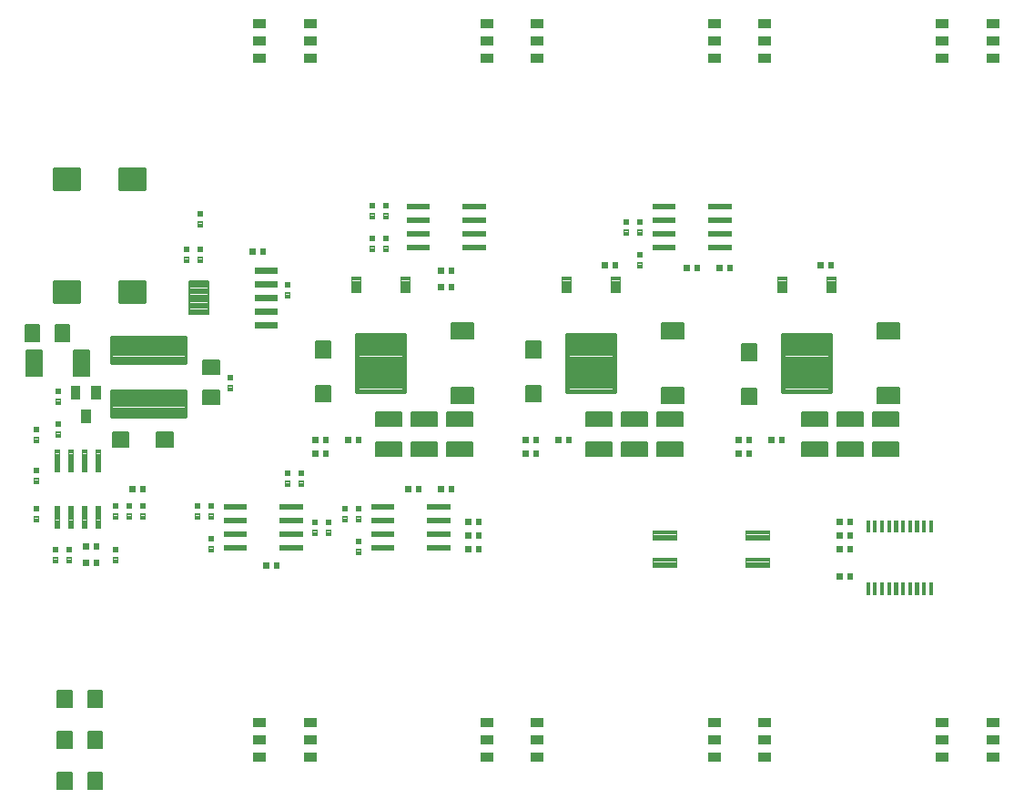
<source format=gtp>
G75*
G70*
%OFA0B0*%
%FSLAX24Y24*%
%IPPOS*%
%LPD*%
%AMOC8*
5,1,8,0,0,1.08239X$1,22.5*
%
%ADD10C,0.0036*%
%ADD11C,0.0078*%
%ADD12C,0.0173*%
%ADD13C,0.0035*%
%ADD14C,0.0057*%
%ADD15C,0.0060*%
%ADD16C,0.0064*%
%ADD17R,0.0512X0.0354*%
%ADD18C,0.0085*%
%ADD19C,0.0106*%
%ADD20C,0.0034*%
%ADD21C,0.0040*%
D10*
X018666Y028525D02*
X018666Y028701D01*
X018842Y028701D01*
X018842Y028525D01*
X018666Y028525D01*
X018666Y028560D02*
X018842Y028560D01*
X018842Y028595D02*
X018666Y028595D01*
X018666Y028630D02*
X018842Y028630D01*
X018842Y028665D02*
X018666Y028665D01*
X018666Y028700D02*
X018842Y028700D01*
X018666Y028919D02*
X018666Y029095D01*
X018842Y029095D01*
X018842Y028919D01*
X018666Y028919D01*
X018666Y028954D02*
X018842Y028954D01*
X018842Y028989D02*
X018666Y028989D01*
X018666Y029024D02*
X018842Y029024D01*
X018842Y029059D02*
X018666Y029059D01*
X018666Y029094D02*
X018842Y029094D01*
X019166Y029095D02*
X019166Y028919D01*
X019166Y029095D02*
X019342Y029095D01*
X019342Y028919D01*
X019166Y028919D01*
X019166Y028954D02*
X019342Y028954D01*
X019342Y028989D02*
X019166Y028989D01*
X019166Y029024D02*
X019342Y029024D01*
X019342Y029059D02*
X019166Y029059D01*
X019166Y029094D02*
X019342Y029094D01*
X019166Y028701D02*
X019166Y028525D01*
X019166Y028701D02*
X019342Y028701D01*
X019342Y028525D01*
X019166Y028525D01*
X019166Y028560D02*
X019342Y028560D01*
X019342Y028595D02*
X019166Y028595D01*
X019166Y028630D02*
X019342Y028630D01*
X019342Y028665D02*
X019166Y028665D01*
X019166Y028700D02*
X019342Y028700D01*
X019769Y028422D02*
X019945Y028422D01*
X019769Y028422D02*
X019769Y028598D01*
X019945Y028598D01*
X019945Y028422D01*
X019945Y028457D02*
X019769Y028457D01*
X019769Y028492D02*
X019945Y028492D01*
X019945Y028527D02*
X019769Y028527D01*
X019769Y028562D02*
X019945Y028562D01*
X019945Y028597D02*
X019769Y028597D01*
X020163Y028422D02*
X020339Y028422D01*
X020163Y028422D02*
X020163Y028598D01*
X020339Y028598D01*
X020339Y028422D01*
X020339Y028457D02*
X020163Y028457D01*
X020163Y028492D02*
X020339Y028492D01*
X020339Y028527D02*
X020163Y028527D01*
X020163Y028562D02*
X020339Y028562D01*
X020339Y028597D02*
X020163Y028597D01*
X020163Y029022D02*
X020339Y029022D01*
X020163Y029022D02*
X020163Y029198D01*
X020339Y029198D01*
X020339Y029022D01*
X020339Y029057D02*
X020163Y029057D01*
X020163Y029092D02*
X020339Y029092D01*
X020339Y029127D02*
X020163Y029127D01*
X020163Y029162D02*
X020339Y029162D01*
X020339Y029197D02*
X020163Y029197D01*
X019945Y029022D02*
X019769Y029022D01*
X019769Y029198D01*
X019945Y029198D01*
X019945Y029022D01*
X019945Y029057D02*
X019769Y029057D01*
X019769Y029092D02*
X019945Y029092D01*
X019945Y029127D02*
X019769Y029127D01*
X019769Y029162D02*
X019945Y029162D01*
X019945Y029197D02*
X019769Y029197D01*
X019716Y029783D02*
X019892Y029783D01*
X019716Y029783D02*
X019716Y030589D01*
X019892Y030589D01*
X019892Y029783D01*
X019892Y029818D02*
X019716Y029818D01*
X019716Y029853D02*
X019892Y029853D01*
X019892Y029888D02*
X019716Y029888D01*
X019716Y029923D02*
X019892Y029923D01*
X019892Y029958D02*
X019716Y029958D01*
X019716Y029993D02*
X019892Y029993D01*
X019892Y030028D02*
X019716Y030028D01*
X019716Y030063D02*
X019892Y030063D01*
X019892Y030098D02*
X019716Y030098D01*
X019716Y030133D02*
X019892Y030133D01*
X019892Y030168D02*
X019716Y030168D01*
X019716Y030203D02*
X019892Y030203D01*
X019892Y030238D02*
X019716Y030238D01*
X019716Y030273D02*
X019892Y030273D01*
X019892Y030308D02*
X019716Y030308D01*
X019716Y030343D02*
X019892Y030343D01*
X019892Y030378D02*
X019716Y030378D01*
X019716Y030413D02*
X019892Y030413D01*
X019892Y030448D02*
X019716Y030448D01*
X019716Y030483D02*
X019892Y030483D01*
X019892Y030518D02*
X019716Y030518D01*
X019716Y030553D02*
X019892Y030553D01*
X019892Y030588D02*
X019716Y030588D01*
X019392Y029783D02*
X019216Y029783D01*
X019216Y030589D01*
X019392Y030589D01*
X019392Y029783D01*
X019392Y029818D02*
X019216Y029818D01*
X019216Y029853D02*
X019392Y029853D01*
X019392Y029888D02*
X019216Y029888D01*
X019216Y029923D02*
X019392Y029923D01*
X019392Y029958D02*
X019216Y029958D01*
X019216Y029993D02*
X019392Y029993D01*
X019392Y030028D02*
X019216Y030028D01*
X019216Y030063D02*
X019392Y030063D01*
X019392Y030098D02*
X019216Y030098D01*
X019216Y030133D02*
X019392Y030133D01*
X019392Y030168D02*
X019216Y030168D01*
X019216Y030203D02*
X019392Y030203D01*
X019392Y030238D02*
X019216Y030238D01*
X019216Y030273D02*
X019392Y030273D01*
X019392Y030308D02*
X019216Y030308D01*
X019216Y030343D02*
X019392Y030343D01*
X019392Y030378D02*
X019216Y030378D01*
X019216Y030413D02*
X019392Y030413D01*
X019392Y030448D02*
X019216Y030448D01*
X019216Y030483D02*
X019392Y030483D01*
X019392Y030518D02*
X019216Y030518D01*
X019216Y030553D02*
X019392Y030553D01*
X019392Y030588D02*
X019216Y030588D01*
X018892Y029783D02*
X018716Y029783D01*
X018716Y030589D01*
X018892Y030589D01*
X018892Y029783D01*
X018892Y029818D02*
X018716Y029818D01*
X018716Y029853D02*
X018892Y029853D01*
X018892Y029888D02*
X018716Y029888D01*
X018716Y029923D02*
X018892Y029923D01*
X018892Y029958D02*
X018716Y029958D01*
X018716Y029993D02*
X018892Y029993D01*
X018892Y030028D02*
X018716Y030028D01*
X018716Y030063D02*
X018892Y030063D01*
X018892Y030098D02*
X018716Y030098D01*
X018716Y030133D02*
X018892Y030133D01*
X018892Y030168D02*
X018716Y030168D01*
X018716Y030203D02*
X018892Y030203D01*
X018892Y030238D02*
X018716Y030238D01*
X018716Y030273D02*
X018892Y030273D01*
X018892Y030308D02*
X018716Y030308D01*
X018716Y030343D02*
X018892Y030343D01*
X018892Y030378D02*
X018716Y030378D01*
X018716Y030413D02*
X018892Y030413D01*
X018892Y030448D02*
X018716Y030448D01*
X018716Y030483D02*
X018892Y030483D01*
X018892Y030518D02*
X018716Y030518D01*
X018716Y030553D02*
X018892Y030553D01*
X018892Y030588D02*
X018716Y030588D01*
X018142Y030595D02*
X018142Y030419D01*
X017966Y030419D01*
X017966Y030595D01*
X018142Y030595D01*
X018142Y030454D02*
X017966Y030454D01*
X017966Y030489D02*
X018142Y030489D01*
X018142Y030524D02*
X017966Y030524D01*
X017966Y030559D02*
X018142Y030559D01*
X018142Y030594D02*
X017966Y030594D01*
X018142Y030201D02*
X018142Y030025D01*
X017966Y030025D01*
X017966Y030201D01*
X018142Y030201D01*
X018142Y030060D02*
X017966Y030060D01*
X017966Y030095D02*
X018142Y030095D01*
X018142Y030130D02*
X017966Y030130D01*
X017966Y030165D02*
X018142Y030165D01*
X018142Y030200D02*
X017966Y030200D01*
X017966Y031425D02*
X017966Y031601D01*
X018142Y031601D01*
X018142Y031425D01*
X017966Y031425D01*
X017966Y031460D02*
X018142Y031460D01*
X018142Y031495D02*
X017966Y031495D01*
X017966Y031530D02*
X018142Y031530D01*
X018142Y031565D02*
X017966Y031565D01*
X017966Y031600D02*
X018142Y031600D01*
X017966Y031819D02*
X017966Y031995D01*
X018142Y031995D01*
X018142Y031819D01*
X017966Y031819D01*
X017966Y031854D02*
X018142Y031854D01*
X018142Y031889D02*
X017966Y031889D01*
X017966Y031924D02*
X018142Y031924D01*
X018142Y031959D02*
X017966Y031959D01*
X017966Y031994D02*
X018142Y031994D01*
X018716Y031831D02*
X018892Y031831D01*
X018716Y031831D02*
X018716Y032637D01*
X018892Y032637D01*
X018892Y031831D01*
X018892Y031866D02*
X018716Y031866D01*
X018716Y031901D02*
X018892Y031901D01*
X018892Y031936D02*
X018716Y031936D01*
X018716Y031971D02*
X018892Y031971D01*
X018892Y032006D02*
X018716Y032006D01*
X018716Y032041D02*
X018892Y032041D01*
X018892Y032076D02*
X018716Y032076D01*
X018716Y032111D02*
X018892Y032111D01*
X018892Y032146D02*
X018716Y032146D01*
X018716Y032181D02*
X018892Y032181D01*
X018892Y032216D02*
X018716Y032216D01*
X018716Y032251D02*
X018892Y032251D01*
X018892Y032286D02*
X018716Y032286D01*
X018716Y032321D02*
X018892Y032321D01*
X018892Y032356D02*
X018716Y032356D01*
X018716Y032391D02*
X018892Y032391D01*
X018892Y032426D02*
X018716Y032426D01*
X018716Y032461D02*
X018892Y032461D01*
X018892Y032496D02*
X018716Y032496D01*
X018716Y032531D02*
X018892Y032531D01*
X018892Y032566D02*
X018716Y032566D01*
X018716Y032601D02*
X018892Y032601D01*
X018892Y032636D02*
X018716Y032636D01*
X018942Y033125D02*
X018942Y033301D01*
X018942Y033125D02*
X018766Y033125D01*
X018766Y033301D01*
X018942Y033301D01*
X018942Y033160D02*
X018766Y033160D01*
X018766Y033195D02*
X018942Y033195D01*
X018942Y033230D02*
X018766Y033230D01*
X018766Y033265D02*
X018942Y033265D01*
X018942Y033300D02*
X018766Y033300D01*
X018942Y033519D02*
X018942Y033695D01*
X018942Y033519D02*
X018766Y033519D01*
X018766Y033695D01*
X018942Y033695D01*
X018942Y033554D02*
X018766Y033554D01*
X018766Y033589D02*
X018942Y033589D01*
X018942Y033624D02*
X018766Y033624D01*
X018766Y033659D02*
X018942Y033659D01*
X018942Y033694D02*
X018766Y033694D01*
X018942Y034325D02*
X018942Y034501D01*
X018942Y034325D02*
X018766Y034325D01*
X018766Y034501D01*
X018942Y034501D01*
X018942Y034360D02*
X018766Y034360D01*
X018766Y034395D02*
X018942Y034395D01*
X018942Y034430D02*
X018766Y034430D01*
X018766Y034465D02*
X018942Y034465D01*
X018942Y034500D02*
X018766Y034500D01*
X018942Y034719D02*
X018942Y034895D01*
X018942Y034719D02*
X018766Y034719D01*
X018766Y034895D01*
X018942Y034895D01*
X018942Y034754D02*
X018766Y034754D01*
X018766Y034789D02*
X018942Y034789D01*
X018942Y034824D02*
X018766Y034824D01*
X018766Y034859D02*
X018942Y034859D01*
X018942Y034894D02*
X018766Y034894D01*
X018142Y033495D02*
X018142Y033319D01*
X017966Y033319D01*
X017966Y033495D01*
X018142Y033495D01*
X018142Y033354D02*
X017966Y033354D01*
X017966Y033389D02*
X018142Y033389D01*
X018142Y033424D02*
X017966Y033424D01*
X017966Y033459D02*
X018142Y033459D01*
X018142Y033494D02*
X017966Y033494D01*
X018142Y033101D02*
X018142Y032925D01*
X017966Y032925D01*
X017966Y033101D01*
X018142Y033101D01*
X018142Y032960D02*
X017966Y032960D01*
X017966Y032995D02*
X018142Y032995D01*
X018142Y033030D02*
X017966Y033030D01*
X017966Y033065D02*
X018142Y033065D01*
X018142Y033100D02*
X017966Y033100D01*
X019216Y031831D02*
X019392Y031831D01*
X019216Y031831D02*
X019216Y032637D01*
X019392Y032637D01*
X019392Y031831D01*
X019392Y031866D02*
X019216Y031866D01*
X019216Y031901D02*
X019392Y031901D01*
X019392Y031936D02*
X019216Y031936D01*
X019216Y031971D02*
X019392Y031971D01*
X019392Y032006D02*
X019216Y032006D01*
X019216Y032041D02*
X019392Y032041D01*
X019392Y032076D02*
X019216Y032076D01*
X019216Y032111D02*
X019392Y032111D01*
X019392Y032146D02*
X019216Y032146D01*
X019216Y032181D02*
X019392Y032181D01*
X019392Y032216D02*
X019216Y032216D01*
X019216Y032251D02*
X019392Y032251D01*
X019392Y032286D02*
X019216Y032286D01*
X019216Y032321D02*
X019392Y032321D01*
X019392Y032356D02*
X019216Y032356D01*
X019216Y032391D02*
X019392Y032391D01*
X019392Y032426D02*
X019216Y032426D01*
X019216Y032461D02*
X019392Y032461D01*
X019392Y032496D02*
X019216Y032496D01*
X019216Y032531D02*
X019392Y032531D01*
X019392Y032566D02*
X019216Y032566D01*
X019216Y032601D02*
X019392Y032601D01*
X019392Y032636D02*
X019216Y032636D01*
X019716Y031831D02*
X019892Y031831D01*
X019716Y031831D02*
X019716Y032637D01*
X019892Y032637D01*
X019892Y031831D01*
X019892Y031866D02*
X019716Y031866D01*
X019716Y031901D02*
X019892Y031901D01*
X019892Y031936D02*
X019716Y031936D01*
X019716Y031971D02*
X019892Y031971D01*
X019892Y032006D02*
X019716Y032006D01*
X019716Y032041D02*
X019892Y032041D01*
X019892Y032076D02*
X019716Y032076D01*
X019716Y032111D02*
X019892Y032111D01*
X019892Y032146D02*
X019716Y032146D01*
X019716Y032181D02*
X019892Y032181D01*
X019892Y032216D02*
X019716Y032216D01*
X019716Y032251D02*
X019892Y032251D01*
X019892Y032286D02*
X019716Y032286D01*
X019716Y032321D02*
X019892Y032321D01*
X019892Y032356D02*
X019716Y032356D01*
X019716Y032391D02*
X019892Y032391D01*
X019892Y032426D02*
X019716Y032426D01*
X019716Y032461D02*
X019892Y032461D01*
X019892Y032496D02*
X019716Y032496D01*
X019716Y032531D02*
X019892Y032531D01*
X019892Y032566D02*
X019716Y032566D01*
X019716Y032601D02*
X019892Y032601D01*
X019892Y032636D02*
X019716Y032636D01*
X020216Y031831D02*
X020392Y031831D01*
X020216Y031831D02*
X020216Y032637D01*
X020392Y032637D01*
X020392Y031831D01*
X020392Y031866D02*
X020216Y031866D01*
X020216Y031901D02*
X020392Y031901D01*
X020392Y031936D02*
X020216Y031936D01*
X020216Y031971D02*
X020392Y031971D01*
X020392Y032006D02*
X020216Y032006D01*
X020216Y032041D02*
X020392Y032041D01*
X020392Y032076D02*
X020216Y032076D01*
X020216Y032111D02*
X020392Y032111D01*
X020392Y032146D02*
X020216Y032146D01*
X020216Y032181D02*
X020392Y032181D01*
X020392Y032216D02*
X020216Y032216D01*
X020216Y032251D02*
X020392Y032251D01*
X020392Y032286D02*
X020216Y032286D01*
X020216Y032321D02*
X020392Y032321D01*
X020392Y032356D02*
X020216Y032356D01*
X020216Y032391D02*
X020392Y032391D01*
X020392Y032426D02*
X020216Y032426D01*
X020216Y032461D02*
X020392Y032461D01*
X020392Y032496D02*
X020216Y032496D01*
X020216Y032531D02*
X020392Y032531D01*
X020392Y032566D02*
X020216Y032566D01*
X020216Y032601D02*
X020392Y032601D01*
X020392Y032636D02*
X020216Y032636D01*
X021469Y031298D02*
X021645Y031298D01*
X021645Y031122D01*
X021469Y031122D01*
X021469Y031298D01*
X021469Y031157D02*
X021645Y031157D01*
X021645Y031192D02*
X021469Y031192D01*
X021469Y031227D02*
X021645Y031227D01*
X021645Y031262D02*
X021469Y031262D01*
X021469Y031297D02*
X021645Y031297D01*
X021863Y031298D02*
X022039Y031298D01*
X022039Y031122D01*
X021863Y031122D01*
X021863Y031298D01*
X021863Y031157D02*
X022039Y031157D01*
X022039Y031192D02*
X021863Y031192D01*
X021863Y031227D02*
X022039Y031227D01*
X022039Y031262D02*
X021863Y031262D01*
X021863Y031297D02*
X022039Y031297D01*
X021866Y030695D02*
X021866Y030519D01*
X021866Y030695D02*
X022042Y030695D01*
X022042Y030519D01*
X021866Y030519D01*
X021866Y030554D02*
X022042Y030554D01*
X022042Y030589D02*
X021866Y030589D01*
X021866Y030624D02*
X022042Y030624D01*
X022042Y030659D02*
X021866Y030659D01*
X021866Y030694D02*
X022042Y030694D01*
X021866Y030301D02*
X021866Y030125D01*
X021866Y030301D02*
X022042Y030301D01*
X022042Y030125D01*
X021866Y030125D01*
X021866Y030160D02*
X022042Y030160D01*
X022042Y030195D02*
X021866Y030195D01*
X021866Y030230D02*
X022042Y030230D01*
X022042Y030265D02*
X021866Y030265D01*
X021866Y030300D02*
X022042Y030300D01*
X021366Y030301D02*
X021366Y030125D01*
X021366Y030301D02*
X021542Y030301D01*
X021542Y030125D01*
X021366Y030125D01*
X021366Y030160D02*
X021542Y030160D01*
X021542Y030195D02*
X021366Y030195D01*
X021366Y030230D02*
X021542Y030230D01*
X021542Y030265D02*
X021366Y030265D01*
X021366Y030300D02*
X021542Y030300D01*
X021366Y030519D02*
X021366Y030695D01*
X021542Y030695D01*
X021542Y030519D01*
X021366Y030519D01*
X021366Y030554D02*
X021542Y030554D01*
X021542Y030589D02*
X021366Y030589D01*
X021366Y030624D02*
X021542Y030624D01*
X021542Y030659D02*
X021366Y030659D01*
X021366Y030694D02*
X021542Y030694D01*
X020866Y030695D02*
X020866Y030519D01*
X020866Y030695D02*
X021042Y030695D01*
X021042Y030519D01*
X020866Y030519D01*
X020866Y030554D02*
X021042Y030554D01*
X021042Y030589D02*
X020866Y030589D01*
X020866Y030624D02*
X021042Y030624D01*
X021042Y030659D02*
X020866Y030659D01*
X020866Y030694D02*
X021042Y030694D01*
X020866Y030301D02*
X020866Y030125D01*
X020866Y030301D02*
X021042Y030301D01*
X021042Y030125D01*
X020866Y030125D01*
X020866Y030160D02*
X021042Y030160D01*
X021042Y030195D02*
X020866Y030195D01*
X020866Y030230D02*
X021042Y030230D01*
X021042Y030265D02*
X020866Y030265D01*
X020866Y030300D02*
X021042Y030300D01*
X020392Y029783D02*
X020216Y029783D01*
X020216Y030589D01*
X020392Y030589D01*
X020392Y029783D01*
X020392Y029818D02*
X020216Y029818D01*
X020216Y029853D02*
X020392Y029853D01*
X020392Y029888D02*
X020216Y029888D01*
X020216Y029923D02*
X020392Y029923D01*
X020392Y029958D02*
X020216Y029958D01*
X020216Y029993D02*
X020392Y029993D01*
X020392Y030028D02*
X020216Y030028D01*
X020216Y030063D02*
X020392Y030063D01*
X020392Y030098D02*
X020216Y030098D01*
X020216Y030133D02*
X020392Y030133D01*
X020392Y030168D02*
X020216Y030168D01*
X020216Y030203D02*
X020392Y030203D01*
X020392Y030238D02*
X020216Y030238D01*
X020216Y030273D02*
X020392Y030273D01*
X020392Y030308D02*
X020216Y030308D01*
X020216Y030343D02*
X020392Y030343D01*
X020392Y030378D02*
X020216Y030378D01*
X020216Y030413D02*
X020392Y030413D01*
X020392Y030448D02*
X020216Y030448D01*
X020216Y030483D02*
X020392Y030483D01*
X020392Y030518D02*
X020216Y030518D01*
X020216Y030553D02*
X020392Y030553D01*
X020392Y030588D02*
X020216Y030588D01*
X020866Y029095D02*
X020866Y028919D01*
X020866Y029095D02*
X021042Y029095D01*
X021042Y028919D01*
X020866Y028919D01*
X020866Y028954D02*
X021042Y028954D01*
X021042Y028989D02*
X020866Y028989D01*
X020866Y029024D02*
X021042Y029024D01*
X021042Y029059D02*
X020866Y029059D01*
X020866Y029094D02*
X021042Y029094D01*
X020866Y028701D02*
X020866Y028525D01*
X020866Y028701D02*
X021042Y028701D01*
X021042Y028525D01*
X020866Y028525D01*
X020866Y028560D02*
X021042Y028560D01*
X021042Y028595D02*
X020866Y028595D01*
X020866Y028630D02*
X021042Y028630D01*
X021042Y028665D02*
X020866Y028665D01*
X020866Y028700D02*
X021042Y028700D01*
X024042Y030125D02*
X024042Y030301D01*
X024042Y030125D02*
X023866Y030125D01*
X023866Y030301D01*
X024042Y030301D01*
X024042Y030160D02*
X023866Y030160D01*
X023866Y030195D02*
X024042Y030195D01*
X024042Y030230D02*
X023866Y030230D01*
X023866Y030265D02*
X024042Y030265D01*
X024042Y030300D02*
X023866Y030300D01*
X024042Y030519D02*
X024042Y030695D01*
X024042Y030519D02*
X023866Y030519D01*
X023866Y030695D01*
X024042Y030695D01*
X024042Y030554D02*
X023866Y030554D01*
X023866Y030589D02*
X024042Y030589D01*
X024042Y030624D02*
X023866Y030624D01*
X023866Y030659D02*
X024042Y030659D01*
X024042Y030694D02*
X023866Y030694D01*
X024366Y030695D02*
X024366Y030519D01*
X024366Y030695D02*
X024542Y030695D01*
X024542Y030519D01*
X024366Y030519D01*
X024366Y030554D02*
X024542Y030554D01*
X024542Y030589D02*
X024366Y030589D01*
X024366Y030624D02*
X024542Y030624D01*
X024542Y030659D02*
X024366Y030659D01*
X024366Y030694D02*
X024542Y030694D01*
X024366Y030301D02*
X024366Y030125D01*
X024366Y030301D02*
X024542Y030301D01*
X024542Y030125D01*
X024366Y030125D01*
X024366Y030160D02*
X024542Y030160D01*
X024542Y030195D02*
X024366Y030195D01*
X024366Y030230D02*
X024542Y030230D01*
X024542Y030265D02*
X024366Y030265D01*
X024366Y030300D02*
X024542Y030300D01*
X024927Y030148D02*
X024927Y029972D01*
X024927Y030148D02*
X025733Y030148D01*
X025733Y029972D01*
X024927Y029972D01*
X024927Y030007D02*
X025733Y030007D01*
X025733Y030042D02*
X024927Y030042D01*
X024927Y030077D02*
X025733Y030077D01*
X025733Y030112D02*
X024927Y030112D01*
X024927Y030147D02*
X025733Y030147D01*
X024927Y030472D02*
X024927Y030648D01*
X025733Y030648D01*
X025733Y030472D01*
X024927Y030472D01*
X024927Y030507D02*
X025733Y030507D01*
X025733Y030542D02*
X024927Y030542D01*
X024927Y030577D02*
X025733Y030577D01*
X025733Y030612D02*
X024927Y030612D01*
X024927Y030647D02*
X025733Y030647D01*
X024927Y029648D02*
X024927Y029472D01*
X024927Y029648D02*
X025733Y029648D01*
X025733Y029472D01*
X024927Y029472D01*
X024927Y029507D02*
X025733Y029507D01*
X025733Y029542D02*
X024927Y029542D01*
X024927Y029577D02*
X025733Y029577D01*
X025733Y029612D02*
X024927Y029612D01*
X024927Y029647D02*
X025733Y029647D01*
X024927Y029148D02*
X024927Y028972D01*
X024927Y029148D02*
X025733Y029148D01*
X025733Y028972D01*
X024927Y028972D01*
X024927Y029007D02*
X025733Y029007D01*
X025733Y029042D02*
X024927Y029042D01*
X024927Y029077D02*
X025733Y029077D01*
X025733Y029112D02*
X024927Y029112D01*
X024927Y029147D02*
X025733Y029147D01*
X026369Y028322D02*
X026545Y028322D01*
X026369Y028322D02*
X026369Y028498D01*
X026545Y028498D01*
X026545Y028322D01*
X026545Y028357D02*
X026369Y028357D01*
X026369Y028392D02*
X026545Y028392D01*
X026545Y028427D02*
X026369Y028427D01*
X026369Y028462D02*
X026545Y028462D01*
X026545Y028497D02*
X026369Y028497D01*
X026763Y028322D02*
X026939Y028322D01*
X026763Y028322D02*
X026763Y028498D01*
X026939Y028498D01*
X026939Y028322D01*
X026939Y028357D02*
X026763Y028357D01*
X026763Y028392D02*
X026939Y028392D01*
X026939Y028427D02*
X026763Y028427D01*
X026763Y028462D02*
X026939Y028462D01*
X026939Y028497D02*
X026763Y028497D01*
X026975Y028972D02*
X026975Y029148D01*
X027781Y029148D01*
X027781Y028972D01*
X026975Y028972D01*
X026975Y029007D02*
X027781Y029007D01*
X027781Y029042D02*
X026975Y029042D01*
X026975Y029077D02*
X027781Y029077D01*
X027781Y029112D02*
X026975Y029112D01*
X026975Y029147D02*
X027781Y029147D01*
X026975Y029472D02*
X026975Y029648D01*
X027781Y029648D01*
X027781Y029472D01*
X026975Y029472D01*
X026975Y029507D02*
X027781Y029507D01*
X027781Y029542D02*
X026975Y029542D01*
X026975Y029577D02*
X027781Y029577D01*
X027781Y029612D02*
X026975Y029612D01*
X026975Y029647D02*
X027781Y029647D01*
X028342Y029701D02*
X028342Y029525D01*
X028166Y029525D01*
X028166Y029701D01*
X028342Y029701D01*
X028342Y029560D02*
X028166Y029560D01*
X028166Y029595D02*
X028342Y029595D01*
X028342Y029630D02*
X028166Y029630D01*
X028166Y029665D02*
X028342Y029665D01*
X028342Y029700D02*
X028166Y029700D01*
X028342Y029919D02*
X028342Y030095D01*
X028342Y029919D02*
X028166Y029919D01*
X028166Y030095D01*
X028342Y030095D01*
X028342Y029954D02*
X028166Y029954D01*
X028166Y029989D02*
X028342Y029989D01*
X028342Y030024D02*
X028166Y030024D01*
X028166Y030059D02*
X028342Y030059D01*
X028342Y030094D02*
X028166Y030094D01*
X028666Y030095D02*
X028666Y029919D01*
X028666Y030095D02*
X028842Y030095D01*
X028842Y029919D01*
X028666Y029919D01*
X028666Y029954D02*
X028842Y029954D01*
X028842Y029989D02*
X028666Y029989D01*
X028666Y030024D02*
X028842Y030024D01*
X028842Y030059D02*
X028666Y030059D01*
X028666Y030094D02*
X028842Y030094D01*
X028666Y029701D02*
X028666Y029525D01*
X028666Y029701D02*
X028842Y029701D01*
X028842Y029525D01*
X028666Y029525D01*
X028666Y029560D02*
X028842Y029560D01*
X028842Y029595D02*
X028666Y029595D01*
X028666Y029630D02*
X028842Y029630D01*
X028842Y029665D02*
X028666Y029665D01*
X028666Y029700D02*
X028842Y029700D01*
X029266Y030025D02*
X029266Y030201D01*
X029442Y030201D01*
X029442Y030025D01*
X029266Y030025D01*
X029266Y030060D02*
X029442Y030060D01*
X029442Y030095D02*
X029266Y030095D01*
X029266Y030130D02*
X029442Y030130D01*
X029442Y030165D02*
X029266Y030165D01*
X029266Y030200D02*
X029442Y030200D01*
X029266Y030419D02*
X029266Y030595D01*
X029442Y030595D01*
X029442Y030419D01*
X029266Y030419D01*
X029266Y030454D02*
X029442Y030454D01*
X029442Y030489D02*
X029266Y030489D01*
X029266Y030524D02*
X029442Y030524D01*
X029442Y030559D02*
X029266Y030559D01*
X029266Y030594D02*
X029442Y030594D01*
X029942Y030595D02*
X029942Y030419D01*
X029766Y030419D01*
X029766Y030595D01*
X029942Y030595D01*
X029942Y030454D02*
X029766Y030454D01*
X029766Y030489D02*
X029942Y030489D01*
X029942Y030524D02*
X029766Y030524D01*
X029766Y030559D02*
X029942Y030559D01*
X029942Y030594D02*
X029766Y030594D01*
X029942Y030201D02*
X029942Y030025D01*
X029766Y030025D01*
X029766Y030201D01*
X029942Y030201D01*
X029942Y030060D02*
X029766Y030060D01*
X029766Y030095D02*
X029942Y030095D01*
X029942Y030130D02*
X029766Y030130D01*
X029766Y030165D02*
X029942Y030165D01*
X029942Y030200D02*
X029766Y030200D01*
X029942Y029395D02*
X029942Y029219D01*
X029766Y029219D01*
X029766Y029395D01*
X029942Y029395D01*
X029942Y029254D02*
X029766Y029254D01*
X029766Y029289D02*
X029942Y029289D01*
X029942Y029324D02*
X029766Y029324D01*
X029766Y029359D02*
X029942Y029359D01*
X029942Y029394D02*
X029766Y029394D01*
X029942Y029001D02*
X029942Y028825D01*
X029766Y028825D01*
X029766Y029001D01*
X029942Y029001D01*
X029942Y028860D02*
X029766Y028860D01*
X029766Y028895D02*
X029942Y028895D01*
X029942Y028930D02*
X029766Y028930D01*
X029766Y028965D02*
X029942Y028965D01*
X029942Y029000D02*
X029766Y029000D01*
X030327Y028972D02*
X030327Y029148D01*
X031133Y029148D01*
X031133Y028972D01*
X030327Y028972D01*
X030327Y029007D02*
X031133Y029007D01*
X031133Y029042D02*
X030327Y029042D01*
X030327Y029077D02*
X031133Y029077D01*
X031133Y029112D02*
X030327Y029112D01*
X030327Y029147D02*
X031133Y029147D01*
X030327Y029472D02*
X030327Y029648D01*
X031133Y029648D01*
X031133Y029472D01*
X030327Y029472D01*
X030327Y029507D02*
X031133Y029507D01*
X031133Y029542D02*
X030327Y029542D01*
X030327Y029577D02*
X031133Y029577D01*
X031133Y029612D02*
X030327Y029612D01*
X030327Y029647D02*
X031133Y029647D01*
X030327Y029972D02*
X030327Y030148D01*
X031133Y030148D01*
X031133Y029972D01*
X030327Y029972D01*
X030327Y030007D02*
X031133Y030007D01*
X031133Y030042D02*
X030327Y030042D01*
X030327Y030077D02*
X031133Y030077D01*
X031133Y030112D02*
X030327Y030112D01*
X030327Y030147D02*
X031133Y030147D01*
X030327Y030472D02*
X030327Y030648D01*
X031133Y030648D01*
X031133Y030472D01*
X030327Y030472D01*
X030327Y030507D02*
X031133Y030507D01*
X031133Y030542D02*
X030327Y030542D01*
X030327Y030577D02*
X031133Y030577D01*
X031133Y030612D02*
X030327Y030612D01*
X030327Y030647D02*
X031133Y030647D01*
X031569Y031298D02*
X031745Y031298D01*
X031745Y031122D01*
X031569Y031122D01*
X031569Y031298D01*
X031569Y031157D02*
X031745Y031157D01*
X031745Y031192D02*
X031569Y031192D01*
X031569Y031227D02*
X031745Y031227D01*
X031745Y031262D02*
X031569Y031262D01*
X031569Y031297D02*
X031745Y031297D01*
X031963Y031298D02*
X032139Y031298D01*
X032139Y031122D01*
X031963Y031122D01*
X031963Y031298D01*
X031963Y031157D02*
X032139Y031157D01*
X032139Y031192D02*
X031963Y031192D01*
X031963Y031227D02*
X032139Y031227D01*
X032139Y031262D02*
X031963Y031262D01*
X031963Y031297D02*
X032139Y031297D01*
X032769Y031122D02*
X032945Y031122D01*
X032769Y031122D02*
X032769Y031298D01*
X032945Y031298D01*
X032945Y031122D01*
X032945Y031157D02*
X032769Y031157D01*
X032769Y031192D02*
X032945Y031192D01*
X032945Y031227D02*
X032769Y031227D01*
X032769Y031262D02*
X032945Y031262D01*
X032945Y031297D02*
X032769Y031297D01*
X033163Y031122D02*
X033339Y031122D01*
X033163Y031122D02*
X033163Y031298D01*
X033339Y031298D01*
X033339Y031122D01*
X033339Y031157D02*
X033163Y031157D01*
X033163Y031192D02*
X033339Y031192D01*
X033339Y031227D02*
X033163Y031227D01*
X033163Y031262D02*
X033339Y031262D01*
X033339Y031297D02*
X033163Y031297D01*
X032375Y030648D02*
X032375Y030472D01*
X032375Y030648D02*
X033181Y030648D01*
X033181Y030472D01*
X032375Y030472D01*
X032375Y030507D02*
X033181Y030507D01*
X033181Y030542D02*
X032375Y030542D01*
X032375Y030577D02*
X033181Y030577D01*
X033181Y030612D02*
X032375Y030612D01*
X032375Y030647D02*
X033181Y030647D01*
X032375Y030148D02*
X032375Y029972D01*
X032375Y030148D02*
X033181Y030148D01*
X033181Y029972D01*
X032375Y029972D01*
X032375Y030007D02*
X033181Y030007D01*
X033181Y030042D02*
X032375Y030042D01*
X032375Y030077D02*
X033181Y030077D01*
X033181Y030112D02*
X032375Y030112D01*
X032375Y030147D02*
X033181Y030147D01*
X033769Y030098D02*
X033945Y030098D01*
X033945Y029922D01*
X033769Y029922D01*
X033769Y030098D01*
X033769Y029957D02*
X033945Y029957D01*
X033945Y029992D02*
X033769Y029992D01*
X033769Y030027D02*
X033945Y030027D01*
X033945Y030062D02*
X033769Y030062D01*
X033769Y030097D02*
X033945Y030097D01*
X034163Y030098D02*
X034339Y030098D01*
X034339Y029922D01*
X034163Y029922D01*
X034163Y030098D01*
X034163Y029957D02*
X034339Y029957D01*
X034339Y029992D02*
X034163Y029992D01*
X034163Y030027D02*
X034339Y030027D01*
X034339Y030062D02*
X034163Y030062D01*
X034163Y030097D02*
X034339Y030097D01*
X034339Y029422D02*
X034163Y029422D01*
X034163Y029598D01*
X034339Y029598D01*
X034339Y029422D01*
X034339Y029457D02*
X034163Y029457D01*
X034163Y029492D02*
X034339Y029492D01*
X034339Y029527D02*
X034163Y029527D01*
X034163Y029562D02*
X034339Y029562D01*
X034339Y029597D02*
X034163Y029597D01*
X033945Y029422D02*
X033769Y029422D01*
X033769Y029598D01*
X033945Y029598D01*
X033945Y029422D01*
X033945Y029457D02*
X033769Y029457D01*
X033769Y029492D02*
X033945Y029492D01*
X033945Y029527D02*
X033769Y029527D01*
X033769Y029562D02*
X033945Y029562D01*
X033945Y029597D02*
X033769Y029597D01*
X033769Y029098D02*
X033945Y029098D01*
X033945Y028922D01*
X033769Y028922D01*
X033769Y029098D01*
X033769Y028957D02*
X033945Y028957D01*
X033945Y028992D02*
X033769Y028992D01*
X033769Y029027D02*
X033945Y029027D01*
X033945Y029062D02*
X033769Y029062D01*
X033769Y029097D02*
X033945Y029097D01*
X034163Y029098D02*
X034339Y029098D01*
X034339Y028922D01*
X034163Y028922D01*
X034163Y029098D01*
X034163Y028957D02*
X034339Y028957D01*
X034339Y028992D02*
X034163Y028992D01*
X034163Y029027D02*
X034339Y029027D01*
X034339Y029062D02*
X034163Y029062D01*
X034163Y029097D02*
X034339Y029097D01*
X032375Y029148D02*
X032375Y028972D01*
X032375Y029148D02*
X033181Y029148D01*
X033181Y028972D01*
X032375Y028972D01*
X032375Y029007D02*
X033181Y029007D01*
X033181Y029042D02*
X032375Y029042D01*
X032375Y029077D02*
X033181Y029077D01*
X033181Y029112D02*
X032375Y029112D01*
X032375Y029147D02*
X033181Y029147D01*
X032375Y029472D02*
X032375Y029648D01*
X033181Y029648D01*
X033181Y029472D01*
X032375Y029472D01*
X032375Y029507D02*
X033181Y029507D01*
X033181Y029542D02*
X032375Y029542D01*
X032375Y029577D02*
X033181Y029577D01*
X033181Y029612D02*
X032375Y029612D01*
X032375Y029647D02*
X033181Y029647D01*
X035869Y032598D02*
X036045Y032598D01*
X036045Y032422D01*
X035869Y032422D01*
X035869Y032598D01*
X035869Y032457D02*
X036045Y032457D01*
X036045Y032492D02*
X035869Y032492D01*
X035869Y032527D02*
X036045Y032527D01*
X036045Y032562D02*
X035869Y032562D01*
X035869Y032597D02*
X036045Y032597D01*
X036263Y032598D02*
X036439Y032598D01*
X036439Y032422D01*
X036263Y032422D01*
X036263Y032598D01*
X036263Y032457D02*
X036439Y032457D01*
X036439Y032492D02*
X036263Y032492D01*
X036263Y032527D02*
X036439Y032527D01*
X036439Y032562D02*
X036263Y032562D01*
X036263Y032597D02*
X036439Y032597D01*
X036439Y032922D02*
X036263Y032922D01*
X036263Y033098D01*
X036439Y033098D01*
X036439Y032922D01*
X036439Y032957D02*
X036263Y032957D01*
X036263Y032992D02*
X036439Y032992D01*
X036439Y033027D02*
X036263Y033027D01*
X036263Y033062D02*
X036439Y033062D01*
X036439Y033097D02*
X036263Y033097D01*
X036045Y032922D02*
X035869Y032922D01*
X035869Y033098D01*
X036045Y033098D01*
X036045Y032922D01*
X036045Y032957D02*
X035869Y032957D01*
X035869Y032992D02*
X036045Y032992D01*
X036045Y033027D02*
X035869Y033027D01*
X035869Y033062D02*
X036045Y033062D01*
X036045Y033097D02*
X035869Y033097D01*
X037069Y032922D02*
X037245Y032922D01*
X037069Y032922D02*
X037069Y033098D01*
X037245Y033098D01*
X037245Y032922D01*
X037245Y032957D02*
X037069Y032957D01*
X037069Y032992D02*
X037245Y032992D01*
X037245Y033027D02*
X037069Y033027D01*
X037069Y033062D02*
X037245Y033062D01*
X037245Y033097D02*
X037069Y033097D01*
X037463Y032922D02*
X037639Y032922D01*
X037463Y032922D02*
X037463Y033098D01*
X037639Y033098D01*
X037639Y032922D01*
X037639Y032957D02*
X037463Y032957D01*
X037463Y032992D02*
X037639Y032992D01*
X037639Y033027D02*
X037463Y033027D01*
X037463Y033062D02*
X037639Y033062D01*
X037639Y033097D02*
X037463Y033097D01*
X033339Y038698D02*
X033163Y038698D01*
X033339Y038698D02*
X033339Y038522D01*
X033163Y038522D01*
X033163Y038698D01*
X033163Y038557D02*
X033339Y038557D01*
X033339Y038592D02*
X033163Y038592D01*
X033163Y038627D02*
X033339Y038627D01*
X033339Y038662D02*
X033163Y038662D01*
X033163Y038697D02*
X033339Y038697D01*
X032945Y038698D02*
X032769Y038698D01*
X032945Y038698D02*
X032945Y038522D01*
X032769Y038522D01*
X032769Y038698D01*
X032769Y038557D02*
X032945Y038557D01*
X032945Y038592D02*
X032769Y038592D01*
X032769Y038627D02*
X032945Y038627D01*
X032945Y038662D02*
X032769Y038662D01*
X032769Y038697D02*
X032945Y038697D01*
X032945Y039298D02*
X032769Y039298D01*
X032945Y039298D02*
X032945Y039122D01*
X032769Y039122D01*
X032769Y039298D01*
X032769Y039157D02*
X032945Y039157D01*
X032945Y039192D02*
X032769Y039192D01*
X032769Y039227D02*
X032945Y039227D01*
X032945Y039262D02*
X032769Y039262D01*
X032769Y039297D02*
X032945Y039297D01*
X033163Y039298D02*
X033339Y039298D01*
X033339Y039122D01*
X033163Y039122D01*
X033163Y039298D01*
X033163Y039157D02*
X033339Y039157D01*
X033339Y039192D02*
X033163Y039192D01*
X033163Y039227D02*
X033339Y039227D01*
X033339Y039262D02*
X033163Y039262D01*
X033163Y039297D02*
X033339Y039297D01*
X033675Y039972D02*
X033675Y040148D01*
X034481Y040148D01*
X034481Y039972D01*
X033675Y039972D01*
X033675Y040007D02*
X034481Y040007D01*
X034481Y040042D02*
X033675Y040042D01*
X033675Y040077D02*
X034481Y040077D01*
X034481Y040112D02*
X033675Y040112D01*
X033675Y040147D02*
X034481Y040147D01*
X033675Y040472D02*
X033675Y040648D01*
X034481Y040648D01*
X034481Y040472D01*
X033675Y040472D01*
X033675Y040507D02*
X034481Y040507D01*
X034481Y040542D02*
X033675Y040542D01*
X033675Y040577D02*
X034481Y040577D01*
X034481Y040612D02*
X033675Y040612D01*
X033675Y040647D02*
X034481Y040647D01*
X033675Y040972D02*
X033675Y041148D01*
X034481Y041148D01*
X034481Y040972D01*
X033675Y040972D01*
X033675Y041007D02*
X034481Y041007D01*
X034481Y041042D02*
X033675Y041042D01*
X033675Y041077D02*
X034481Y041077D01*
X034481Y041112D02*
X033675Y041112D01*
X033675Y041147D02*
X034481Y041147D01*
X033675Y041472D02*
X033675Y041648D01*
X034481Y041648D01*
X034481Y041472D01*
X033675Y041472D01*
X033675Y041507D02*
X034481Y041507D01*
X034481Y041542D02*
X033675Y041542D01*
X033675Y041577D02*
X034481Y041577D01*
X034481Y041612D02*
X033675Y041612D01*
X033675Y041647D02*
X034481Y041647D01*
X031627Y041648D02*
X031627Y041472D01*
X031627Y041648D02*
X032433Y041648D01*
X032433Y041472D01*
X031627Y041472D01*
X031627Y041507D02*
X032433Y041507D01*
X032433Y041542D02*
X031627Y041542D01*
X031627Y041577D02*
X032433Y041577D01*
X032433Y041612D02*
X031627Y041612D01*
X031627Y041647D02*
X032433Y041647D01*
X031627Y041148D02*
X031627Y040972D01*
X031627Y041148D02*
X032433Y041148D01*
X032433Y040972D01*
X031627Y040972D01*
X031627Y041007D02*
X032433Y041007D01*
X032433Y041042D02*
X031627Y041042D01*
X031627Y041077D02*
X032433Y041077D01*
X032433Y041112D02*
X031627Y041112D01*
X031627Y041147D02*
X032433Y041147D01*
X031627Y040648D02*
X031627Y040472D01*
X031627Y040648D02*
X032433Y040648D01*
X032433Y040472D01*
X031627Y040472D01*
X031627Y040507D02*
X032433Y040507D01*
X032433Y040542D02*
X031627Y040542D01*
X031627Y040577D02*
X032433Y040577D01*
X032433Y040612D02*
X031627Y040612D01*
X031627Y040647D02*
X032433Y040647D01*
X031627Y040148D02*
X031627Y039972D01*
X031627Y040148D02*
X032433Y040148D01*
X032433Y039972D01*
X031627Y039972D01*
X031627Y040007D02*
X032433Y040007D01*
X032433Y040042D02*
X031627Y040042D01*
X031627Y040077D02*
X032433Y040077D01*
X032433Y040112D02*
X031627Y040112D01*
X031627Y040147D02*
X032433Y040147D01*
X030766Y040101D02*
X030766Y039925D01*
X030766Y040101D02*
X030942Y040101D01*
X030942Y039925D01*
X030766Y039925D01*
X030766Y039960D02*
X030942Y039960D01*
X030942Y039995D02*
X030766Y039995D01*
X030766Y040030D02*
X030942Y040030D01*
X030942Y040065D02*
X030766Y040065D01*
X030766Y040100D02*
X030942Y040100D01*
X030766Y040319D02*
X030766Y040495D01*
X030942Y040495D01*
X030942Y040319D01*
X030766Y040319D01*
X030766Y040354D02*
X030942Y040354D01*
X030942Y040389D02*
X030766Y040389D01*
X030766Y040424D02*
X030942Y040424D01*
X030942Y040459D02*
X030766Y040459D01*
X030766Y040494D02*
X030942Y040494D01*
X030266Y040495D02*
X030266Y040319D01*
X030266Y040495D02*
X030442Y040495D01*
X030442Y040319D01*
X030266Y040319D01*
X030266Y040354D02*
X030442Y040354D01*
X030442Y040389D02*
X030266Y040389D01*
X030266Y040424D02*
X030442Y040424D01*
X030442Y040459D02*
X030266Y040459D01*
X030266Y040494D02*
X030442Y040494D01*
X030266Y040101D02*
X030266Y039925D01*
X030266Y040101D02*
X030442Y040101D01*
X030442Y039925D01*
X030266Y039925D01*
X030266Y039960D02*
X030442Y039960D01*
X030442Y039995D02*
X030266Y039995D01*
X030266Y040030D02*
X030442Y040030D01*
X030442Y040065D02*
X030266Y040065D01*
X030266Y040100D02*
X030442Y040100D01*
X030442Y041125D02*
X030442Y041301D01*
X030442Y041125D02*
X030266Y041125D01*
X030266Y041301D01*
X030442Y041301D01*
X030442Y041160D02*
X030266Y041160D01*
X030266Y041195D02*
X030442Y041195D01*
X030442Y041230D02*
X030266Y041230D01*
X030266Y041265D02*
X030442Y041265D01*
X030442Y041300D02*
X030266Y041300D01*
X030442Y041519D02*
X030442Y041695D01*
X030442Y041519D02*
X030266Y041519D01*
X030266Y041695D01*
X030442Y041695D01*
X030442Y041554D02*
X030266Y041554D01*
X030266Y041589D02*
X030442Y041589D01*
X030442Y041624D02*
X030266Y041624D01*
X030266Y041659D02*
X030442Y041659D01*
X030442Y041694D02*
X030266Y041694D01*
X030942Y041695D02*
X030942Y041519D01*
X030766Y041519D01*
X030766Y041695D01*
X030942Y041695D01*
X030942Y041554D02*
X030766Y041554D01*
X030766Y041589D02*
X030942Y041589D01*
X030942Y041624D02*
X030766Y041624D01*
X030766Y041659D02*
X030942Y041659D01*
X030942Y041694D02*
X030766Y041694D01*
X030942Y041301D02*
X030942Y041125D01*
X030766Y041125D01*
X030766Y041301D01*
X030942Y041301D01*
X030942Y041160D02*
X030766Y041160D01*
X030766Y041195D02*
X030942Y041195D01*
X030942Y041230D02*
X030766Y041230D01*
X030766Y041265D02*
X030942Y041265D01*
X030942Y041300D02*
X030766Y041300D01*
X027166Y038795D02*
X027166Y038619D01*
X027166Y038795D02*
X027342Y038795D01*
X027342Y038619D01*
X027166Y038619D01*
X027166Y038654D02*
X027342Y038654D01*
X027342Y038689D02*
X027166Y038689D01*
X027166Y038724D02*
X027342Y038724D01*
X027342Y038759D02*
X027166Y038759D01*
X027166Y038794D02*
X027342Y038794D01*
X027166Y038401D02*
X027166Y038225D01*
X027166Y038401D02*
X027342Y038401D01*
X027342Y038225D01*
X027166Y038225D01*
X027166Y038260D02*
X027342Y038260D01*
X027342Y038295D02*
X027166Y038295D01*
X027166Y038330D02*
X027342Y038330D01*
X027342Y038365D02*
X027166Y038365D01*
X027166Y038400D02*
X027342Y038400D01*
X026857Y038298D02*
X026857Y038122D01*
X026051Y038122D01*
X026051Y038298D01*
X026857Y038298D01*
X026857Y038157D02*
X026051Y038157D01*
X026051Y038192D02*
X026857Y038192D01*
X026857Y038227D02*
X026051Y038227D01*
X026051Y038262D02*
X026857Y038262D01*
X026857Y038297D02*
X026051Y038297D01*
X026857Y038622D02*
X026857Y038798D01*
X026857Y038622D02*
X026051Y038622D01*
X026051Y038798D01*
X026857Y038798D01*
X026857Y038657D02*
X026051Y038657D01*
X026051Y038692D02*
X026857Y038692D01*
X026857Y038727D02*
X026051Y038727D01*
X026051Y038762D02*
X026857Y038762D01*
X026857Y038797D02*
X026051Y038797D01*
X026857Y039122D02*
X026857Y039298D01*
X026857Y039122D02*
X026051Y039122D01*
X026051Y039298D01*
X026857Y039298D01*
X026857Y039157D02*
X026051Y039157D01*
X026051Y039192D02*
X026857Y039192D01*
X026857Y039227D02*
X026051Y039227D01*
X026051Y039262D02*
X026857Y039262D01*
X026857Y039297D02*
X026051Y039297D01*
X026045Y039998D02*
X025869Y039998D01*
X026045Y039998D02*
X026045Y039822D01*
X025869Y039822D01*
X025869Y039998D01*
X025869Y039857D02*
X026045Y039857D01*
X026045Y039892D02*
X025869Y039892D01*
X025869Y039927D02*
X026045Y039927D01*
X026045Y039962D02*
X025869Y039962D01*
X025869Y039997D02*
X026045Y039997D01*
X026263Y039998D02*
X026439Y039998D01*
X026439Y039822D01*
X026263Y039822D01*
X026263Y039998D01*
X026263Y039857D02*
X026439Y039857D01*
X026439Y039892D02*
X026263Y039892D01*
X026263Y039927D02*
X026439Y039927D01*
X026439Y039962D02*
X026263Y039962D01*
X026263Y039997D02*
X026439Y039997D01*
X026857Y037798D02*
X026857Y037622D01*
X026051Y037622D01*
X026051Y037798D01*
X026857Y037798D01*
X026857Y037657D02*
X026051Y037657D01*
X026051Y037692D02*
X026857Y037692D01*
X026857Y037727D02*
X026051Y037727D01*
X026051Y037762D02*
X026857Y037762D01*
X026857Y037797D02*
X026051Y037797D01*
X026857Y037298D02*
X026857Y037122D01*
X026051Y037122D01*
X026051Y037298D01*
X026857Y037298D01*
X026857Y037157D02*
X026051Y037157D01*
X026051Y037192D02*
X026857Y037192D01*
X026857Y037227D02*
X026051Y037227D01*
X026051Y037262D02*
X026857Y037262D01*
X026857Y037297D02*
X026051Y037297D01*
X024142Y039525D02*
X024142Y039701D01*
X024142Y039525D02*
X023966Y039525D01*
X023966Y039701D01*
X024142Y039701D01*
X024142Y039560D02*
X023966Y039560D01*
X023966Y039595D02*
X024142Y039595D01*
X024142Y039630D02*
X023966Y039630D01*
X023966Y039665D02*
X024142Y039665D01*
X024142Y039700D02*
X023966Y039700D01*
X024142Y039919D02*
X024142Y040095D01*
X024142Y039919D02*
X023966Y039919D01*
X023966Y040095D01*
X024142Y040095D01*
X024142Y039954D02*
X023966Y039954D01*
X023966Y039989D02*
X024142Y039989D01*
X024142Y040024D02*
X023966Y040024D01*
X023966Y040059D02*
X024142Y040059D01*
X024142Y040094D02*
X023966Y040094D01*
X023466Y040095D02*
X023466Y039919D01*
X023466Y040095D02*
X023642Y040095D01*
X023642Y039919D01*
X023466Y039919D01*
X023466Y039954D02*
X023642Y039954D01*
X023642Y039989D02*
X023466Y039989D01*
X023466Y040024D02*
X023642Y040024D01*
X023642Y040059D02*
X023466Y040059D01*
X023466Y040094D02*
X023642Y040094D01*
X023466Y039701D02*
X023466Y039525D01*
X023466Y039701D02*
X023642Y039701D01*
X023642Y039525D01*
X023466Y039525D01*
X023466Y039560D02*
X023642Y039560D01*
X023642Y039595D02*
X023466Y039595D01*
X023466Y039630D02*
X023642Y039630D01*
X023642Y039665D02*
X023466Y039665D01*
X023466Y039700D02*
X023642Y039700D01*
X024142Y040825D02*
X024142Y041001D01*
X024142Y040825D02*
X023966Y040825D01*
X023966Y041001D01*
X024142Y041001D01*
X024142Y040860D02*
X023966Y040860D01*
X023966Y040895D02*
X024142Y040895D01*
X024142Y040930D02*
X023966Y040930D01*
X023966Y040965D02*
X024142Y040965D01*
X024142Y041000D02*
X023966Y041000D01*
X024142Y041219D02*
X024142Y041395D01*
X024142Y041219D02*
X023966Y041219D01*
X023966Y041395D01*
X024142Y041395D01*
X024142Y041254D02*
X023966Y041254D01*
X023966Y041289D02*
X024142Y041289D01*
X024142Y041324D02*
X023966Y041324D01*
X023966Y041359D02*
X024142Y041359D01*
X024142Y041394D02*
X023966Y041394D01*
X025066Y035395D02*
X025066Y035219D01*
X025066Y035395D02*
X025242Y035395D01*
X025242Y035219D01*
X025066Y035219D01*
X025066Y035254D02*
X025242Y035254D01*
X025242Y035289D02*
X025066Y035289D01*
X025066Y035324D02*
X025242Y035324D01*
X025242Y035359D02*
X025066Y035359D01*
X025066Y035394D02*
X025242Y035394D01*
X025066Y035001D02*
X025066Y034825D01*
X025066Y035001D02*
X025242Y035001D01*
X025242Y034825D01*
X025066Y034825D01*
X025066Y034860D02*
X025242Y034860D01*
X025242Y034895D02*
X025066Y034895D01*
X025066Y034930D02*
X025242Y034930D01*
X025242Y034965D02*
X025066Y034965D01*
X025066Y035000D02*
X025242Y035000D01*
X028169Y032922D02*
X028345Y032922D01*
X028169Y032922D02*
X028169Y033098D01*
X028345Y033098D01*
X028345Y032922D01*
X028345Y032957D02*
X028169Y032957D01*
X028169Y032992D02*
X028345Y032992D01*
X028345Y033027D02*
X028169Y033027D01*
X028169Y033062D02*
X028345Y033062D01*
X028345Y033097D02*
X028169Y033097D01*
X028563Y032922D02*
X028739Y032922D01*
X028563Y032922D02*
X028563Y033098D01*
X028739Y033098D01*
X028739Y032922D01*
X028739Y032957D02*
X028563Y032957D01*
X028563Y032992D02*
X028739Y032992D01*
X028739Y033027D02*
X028563Y033027D01*
X028563Y033062D02*
X028739Y033062D01*
X028739Y033097D02*
X028563Y033097D01*
X028563Y032598D02*
X028739Y032598D01*
X028739Y032422D01*
X028563Y032422D01*
X028563Y032598D01*
X028563Y032457D02*
X028739Y032457D01*
X028739Y032492D02*
X028563Y032492D01*
X028563Y032527D02*
X028739Y032527D01*
X028739Y032562D02*
X028563Y032562D01*
X028563Y032597D02*
X028739Y032597D01*
X028345Y032598D02*
X028169Y032598D01*
X028345Y032598D02*
X028345Y032422D01*
X028169Y032422D01*
X028169Y032598D01*
X028169Y032457D02*
X028345Y032457D01*
X028345Y032492D02*
X028169Y032492D01*
X028169Y032527D02*
X028345Y032527D01*
X028345Y032562D02*
X028169Y032562D01*
X028169Y032597D02*
X028345Y032597D01*
X027842Y031895D02*
X027842Y031719D01*
X027666Y031719D01*
X027666Y031895D01*
X027842Y031895D01*
X027842Y031754D02*
X027666Y031754D01*
X027666Y031789D02*
X027842Y031789D01*
X027842Y031824D02*
X027666Y031824D01*
X027666Y031859D02*
X027842Y031859D01*
X027842Y031894D02*
X027666Y031894D01*
X027342Y031895D02*
X027342Y031719D01*
X027166Y031719D01*
X027166Y031895D01*
X027342Y031895D01*
X027342Y031754D02*
X027166Y031754D01*
X027166Y031789D02*
X027342Y031789D01*
X027342Y031824D02*
X027166Y031824D01*
X027166Y031859D02*
X027342Y031859D01*
X027342Y031894D02*
X027166Y031894D01*
X027342Y031501D02*
X027342Y031325D01*
X027166Y031325D01*
X027166Y031501D01*
X027342Y031501D01*
X027342Y031360D02*
X027166Y031360D01*
X027166Y031395D02*
X027342Y031395D01*
X027342Y031430D02*
X027166Y031430D01*
X027166Y031465D02*
X027342Y031465D01*
X027342Y031500D02*
X027166Y031500D01*
X027842Y031501D02*
X027842Y031325D01*
X027666Y031325D01*
X027666Y031501D01*
X027842Y031501D01*
X027842Y031360D02*
X027666Y031360D01*
X027666Y031395D02*
X027842Y031395D01*
X027842Y031430D02*
X027666Y031430D01*
X027666Y031465D02*
X027842Y031465D01*
X027842Y031500D02*
X027666Y031500D01*
X026975Y030648D02*
X026975Y030472D01*
X026975Y030648D02*
X027781Y030648D01*
X027781Y030472D01*
X026975Y030472D01*
X026975Y030507D02*
X027781Y030507D01*
X027781Y030542D02*
X026975Y030542D01*
X026975Y030577D02*
X027781Y030577D01*
X027781Y030612D02*
X026975Y030612D01*
X026975Y030647D02*
X027781Y030647D01*
X026975Y030148D02*
X026975Y029972D01*
X026975Y030148D02*
X027781Y030148D01*
X027781Y029972D01*
X026975Y029972D01*
X026975Y030007D02*
X027781Y030007D01*
X027781Y030042D02*
X026975Y030042D01*
X026975Y030077D02*
X027781Y030077D01*
X027781Y030112D02*
X026975Y030112D01*
X026975Y030147D02*
X027781Y030147D01*
X029369Y032922D02*
X029545Y032922D01*
X029369Y032922D02*
X029369Y033098D01*
X029545Y033098D01*
X029545Y032922D01*
X029545Y032957D02*
X029369Y032957D01*
X029369Y032992D02*
X029545Y032992D01*
X029545Y033027D02*
X029369Y033027D01*
X029369Y033062D02*
X029545Y033062D01*
X029545Y033097D02*
X029369Y033097D01*
X029763Y032922D02*
X029939Y032922D01*
X029763Y032922D02*
X029763Y033098D01*
X029939Y033098D01*
X029939Y032922D01*
X029939Y032957D02*
X029763Y032957D01*
X029763Y032992D02*
X029939Y032992D01*
X029939Y033027D02*
X029763Y033027D01*
X029763Y033062D02*
X029939Y033062D01*
X029939Y033097D02*
X029763Y033097D01*
X024542Y029495D02*
X024542Y029319D01*
X024366Y029319D01*
X024366Y029495D01*
X024542Y029495D01*
X024542Y029354D02*
X024366Y029354D01*
X024366Y029389D02*
X024542Y029389D01*
X024542Y029424D02*
X024366Y029424D01*
X024366Y029459D02*
X024542Y029459D01*
X024542Y029494D02*
X024366Y029494D01*
X024542Y029101D02*
X024542Y028925D01*
X024366Y028925D01*
X024366Y029101D01*
X024542Y029101D01*
X024542Y028960D02*
X024366Y028960D01*
X024366Y028995D02*
X024542Y028995D01*
X024542Y029030D02*
X024366Y029030D01*
X024366Y029065D02*
X024542Y029065D01*
X024542Y029100D02*
X024366Y029100D01*
X038769Y039322D02*
X038945Y039322D01*
X038769Y039322D02*
X038769Y039498D01*
X038945Y039498D01*
X038945Y039322D01*
X038945Y039357D02*
X038769Y039357D01*
X038769Y039392D02*
X038945Y039392D01*
X038945Y039427D02*
X038769Y039427D01*
X038769Y039462D02*
X038945Y039462D01*
X038945Y039497D02*
X038769Y039497D01*
X039163Y039322D02*
X039339Y039322D01*
X039163Y039322D02*
X039163Y039498D01*
X039339Y039498D01*
X039339Y039322D01*
X039339Y039357D02*
X039163Y039357D01*
X039163Y039392D02*
X039339Y039392D01*
X039339Y039427D02*
X039163Y039427D01*
X039163Y039462D02*
X039339Y039462D01*
X039339Y039497D02*
X039163Y039497D01*
X040066Y039501D02*
X040066Y039325D01*
X040066Y039501D02*
X040242Y039501D01*
X040242Y039325D01*
X040066Y039325D01*
X040066Y039360D02*
X040242Y039360D01*
X040242Y039395D02*
X040066Y039395D01*
X040066Y039430D02*
X040242Y039430D01*
X040242Y039465D02*
X040066Y039465D01*
X040066Y039500D02*
X040242Y039500D01*
X040066Y039719D02*
X040066Y039895D01*
X040242Y039895D01*
X040242Y039719D01*
X040066Y039719D01*
X040066Y039754D02*
X040242Y039754D01*
X040242Y039789D02*
X040066Y039789D01*
X040066Y039824D02*
X040242Y039824D01*
X040242Y039859D02*
X040066Y039859D01*
X040066Y039894D02*
X040242Y039894D01*
X040242Y040525D02*
X040242Y040701D01*
X040242Y040525D02*
X040066Y040525D01*
X040066Y040701D01*
X040242Y040701D01*
X040242Y040560D02*
X040066Y040560D01*
X040066Y040595D02*
X040242Y040595D01*
X040242Y040630D02*
X040066Y040630D01*
X040066Y040665D02*
X040242Y040665D01*
X040242Y040700D02*
X040066Y040700D01*
X040242Y040919D02*
X040242Y041095D01*
X040242Y040919D02*
X040066Y040919D01*
X040066Y041095D01*
X040242Y041095D01*
X040242Y040954D02*
X040066Y040954D01*
X040066Y040989D02*
X040242Y040989D01*
X040242Y041024D02*
X040066Y041024D01*
X040066Y041059D02*
X040242Y041059D01*
X040242Y041094D02*
X040066Y041094D01*
X039742Y041095D02*
X039742Y040919D01*
X039566Y040919D01*
X039566Y041095D01*
X039742Y041095D01*
X039742Y040954D02*
X039566Y040954D01*
X039566Y040989D02*
X039742Y040989D01*
X039742Y041024D02*
X039566Y041024D01*
X039566Y041059D02*
X039742Y041059D01*
X039742Y041094D02*
X039566Y041094D01*
X039742Y040701D02*
X039742Y040525D01*
X039566Y040525D01*
X039566Y040701D01*
X039742Y040701D01*
X039742Y040560D02*
X039566Y040560D01*
X039566Y040595D02*
X039742Y040595D01*
X039742Y040630D02*
X039566Y040630D01*
X039566Y040665D02*
X039742Y040665D01*
X039742Y040700D02*
X039566Y040700D01*
X040627Y040648D02*
X040627Y040472D01*
X040627Y040648D02*
X041433Y040648D01*
X041433Y040472D01*
X040627Y040472D01*
X040627Y040507D02*
X041433Y040507D01*
X041433Y040542D02*
X040627Y040542D01*
X040627Y040577D02*
X041433Y040577D01*
X041433Y040612D02*
X040627Y040612D01*
X040627Y040647D02*
X041433Y040647D01*
X040627Y040972D02*
X040627Y041148D01*
X041433Y041148D01*
X041433Y040972D01*
X040627Y040972D01*
X040627Y041007D02*
X041433Y041007D01*
X041433Y041042D02*
X040627Y041042D01*
X040627Y041077D02*
X041433Y041077D01*
X041433Y041112D02*
X040627Y041112D01*
X040627Y041147D02*
X041433Y041147D01*
X040627Y041472D02*
X040627Y041648D01*
X041433Y041648D01*
X041433Y041472D01*
X040627Y041472D01*
X040627Y041507D02*
X041433Y041507D01*
X041433Y041542D02*
X040627Y041542D01*
X040627Y041577D02*
X041433Y041577D01*
X041433Y041612D02*
X040627Y041612D01*
X040627Y041647D02*
X041433Y041647D01*
X040627Y040148D02*
X040627Y039972D01*
X040627Y040148D02*
X041433Y040148D01*
X041433Y039972D01*
X040627Y039972D01*
X040627Y040007D02*
X041433Y040007D01*
X041433Y040042D02*
X040627Y040042D01*
X040627Y040077D02*
X041433Y040077D01*
X041433Y040112D02*
X040627Y040112D01*
X040627Y040147D02*
X041433Y040147D01*
X041769Y039398D02*
X041945Y039398D01*
X041945Y039222D01*
X041769Y039222D01*
X041769Y039398D01*
X041769Y039257D02*
X041945Y039257D01*
X041945Y039292D02*
X041769Y039292D01*
X041769Y039327D02*
X041945Y039327D01*
X041945Y039362D02*
X041769Y039362D01*
X041769Y039397D02*
X041945Y039397D01*
X042163Y039398D02*
X042339Y039398D01*
X042339Y039222D01*
X042163Y039222D01*
X042163Y039398D01*
X042163Y039257D02*
X042339Y039257D01*
X042339Y039292D02*
X042163Y039292D01*
X042163Y039327D02*
X042339Y039327D01*
X042339Y039362D02*
X042163Y039362D01*
X042163Y039397D02*
X042339Y039397D01*
X042969Y039398D02*
X043145Y039398D01*
X043145Y039222D01*
X042969Y039222D01*
X042969Y039398D01*
X042969Y039257D02*
X043145Y039257D01*
X043145Y039292D02*
X042969Y039292D01*
X042969Y039327D02*
X043145Y039327D01*
X043145Y039362D02*
X042969Y039362D01*
X042969Y039397D02*
X043145Y039397D01*
X043363Y039398D02*
X043539Y039398D01*
X043539Y039222D01*
X043363Y039222D01*
X043363Y039398D01*
X043363Y039257D02*
X043539Y039257D01*
X043539Y039292D02*
X043363Y039292D01*
X043363Y039327D02*
X043539Y039327D01*
X043539Y039362D02*
X043363Y039362D01*
X043363Y039397D02*
X043539Y039397D01*
X042675Y039972D02*
X042675Y040148D01*
X043481Y040148D01*
X043481Y039972D01*
X042675Y039972D01*
X042675Y040007D02*
X043481Y040007D01*
X043481Y040042D02*
X042675Y040042D01*
X042675Y040077D02*
X043481Y040077D01*
X043481Y040112D02*
X042675Y040112D01*
X042675Y040147D02*
X043481Y040147D01*
X042675Y040472D02*
X042675Y040648D01*
X043481Y040648D01*
X043481Y040472D01*
X042675Y040472D01*
X042675Y040507D02*
X043481Y040507D01*
X043481Y040542D02*
X042675Y040542D01*
X042675Y040577D02*
X043481Y040577D01*
X043481Y040612D02*
X042675Y040612D01*
X042675Y040647D02*
X043481Y040647D01*
X042675Y040972D02*
X042675Y041148D01*
X043481Y041148D01*
X043481Y040972D01*
X042675Y040972D01*
X042675Y041007D02*
X043481Y041007D01*
X043481Y041042D02*
X042675Y041042D01*
X042675Y041077D02*
X043481Y041077D01*
X043481Y041112D02*
X042675Y041112D01*
X042675Y041147D02*
X043481Y041147D01*
X042675Y041472D02*
X042675Y041648D01*
X043481Y041648D01*
X043481Y041472D01*
X042675Y041472D01*
X042675Y041507D02*
X043481Y041507D01*
X043481Y041542D02*
X042675Y041542D01*
X042675Y041577D02*
X043481Y041577D01*
X043481Y041612D02*
X042675Y041612D01*
X042675Y041647D02*
X043481Y041647D01*
X046669Y039322D02*
X046845Y039322D01*
X046669Y039322D02*
X046669Y039498D01*
X046845Y039498D01*
X046845Y039322D01*
X046845Y039357D02*
X046669Y039357D01*
X046669Y039392D02*
X046845Y039392D01*
X046845Y039427D02*
X046669Y039427D01*
X046669Y039462D02*
X046845Y039462D01*
X046845Y039497D02*
X046669Y039497D01*
X047063Y039322D02*
X047239Y039322D01*
X047063Y039322D02*
X047063Y039498D01*
X047239Y039498D01*
X047239Y039322D01*
X047239Y039357D02*
X047063Y039357D01*
X047063Y039392D02*
X047239Y039392D01*
X047239Y039427D02*
X047063Y039427D01*
X047063Y039462D02*
X047239Y039462D01*
X047239Y039497D02*
X047063Y039497D01*
X045439Y032922D02*
X045263Y032922D01*
X045263Y033098D01*
X045439Y033098D01*
X045439Y032922D01*
X045439Y032957D02*
X045263Y032957D01*
X045263Y032992D02*
X045439Y032992D01*
X045439Y033027D02*
X045263Y033027D01*
X045263Y033062D02*
X045439Y033062D01*
X045439Y033097D02*
X045263Y033097D01*
X045045Y032922D02*
X044869Y032922D01*
X044869Y033098D01*
X045045Y033098D01*
X045045Y032922D01*
X045045Y032957D02*
X044869Y032957D01*
X044869Y032992D02*
X045045Y032992D01*
X045045Y033027D02*
X044869Y033027D01*
X044869Y033062D02*
X045045Y033062D01*
X045045Y033097D02*
X044869Y033097D01*
X044239Y032922D02*
X044063Y032922D01*
X044063Y033098D01*
X044239Y033098D01*
X044239Y032922D01*
X044239Y032957D02*
X044063Y032957D01*
X044063Y032992D02*
X044239Y032992D01*
X044239Y033027D02*
X044063Y033027D01*
X044063Y033062D02*
X044239Y033062D01*
X044239Y033097D02*
X044063Y033097D01*
X043845Y032922D02*
X043669Y032922D01*
X043669Y033098D01*
X043845Y033098D01*
X043845Y032922D01*
X043845Y032957D02*
X043669Y032957D01*
X043669Y032992D02*
X043845Y032992D01*
X043845Y033027D02*
X043669Y033027D01*
X043669Y033062D02*
X043845Y033062D01*
X043845Y033097D02*
X043669Y033097D01*
X043669Y032598D02*
X043845Y032598D01*
X043845Y032422D01*
X043669Y032422D01*
X043669Y032598D01*
X043669Y032457D02*
X043845Y032457D01*
X043845Y032492D02*
X043669Y032492D01*
X043669Y032527D02*
X043845Y032527D01*
X043845Y032562D02*
X043669Y032562D01*
X043669Y032597D02*
X043845Y032597D01*
X044063Y032598D02*
X044239Y032598D01*
X044239Y032422D01*
X044063Y032422D01*
X044063Y032598D01*
X044063Y032457D02*
X044239Y032457D01*
X044239Y032492D02*
X044063Y032492D01*
X044063Y032527D02*
X044239Y032527D01*
X044239Y032562D02*
X044063Y032562D01*
X044063Y032597D02*
X044239Y032597D01*
X047369Y030098D02*
X047545Y030098D01*
X047545Y029922D01*
X047369Y029922D01*
X047369Y030098D01*
X047369Y029957D02*
X047545Y029957D01*
X047545Y029992D02*
X047369Y029992D01*
X047369Y030027D02*
X047545Y030027D01*
X047545Y030062D02*
X047369Y030062D01*
X047369Y030097D02*
X047545Y030097D01*
X047763Y030098D02*
X047939Y030098D01*
X047939Y029922D01*
X047763Y029922D01*
X047763Y030098D01*
X047763Y029957D02*
X047939Y029957D01*
X047939Y029992D02*
X047763Y029992D01*
X047763Y030027D02*
X047939Y030027D01*
X047939Y030062D02*
X047763Y030062D01*
X047763Y030097D02*
X047939Y030097D01*
X047939Y029422D02*
X047763Y029422D01*
X047763Y029598D01*
X047939Y029598D01*
X047939Y029422D01*
X047939Y029457D02*
X047763Y029457D01*
X047763Y029492D02*
X047939Y029492D01*
X047939Y029527D02*
X047763Y029527D01*
X047763Y029562D02*
X047939Y029562D01*
X047939Y029597D02*
X047763Y029597D01*
X047545Y029422D02*
X047369Y029422D01*
X047369Y029598D01*
X047545Y029598D01*
X047545Y029422D01*
X047545Y029457D02*
X047369Y029457D01*
X047369Y029492D02*
X047545Y029492D01*
X047545Y029527D02*
X047369Y029527D01*
X047369Y029562D02*
X047545Y029562D01*
X047545Y029597D02*
X047369Y029597D01*
X047369Y028922D02*
X047545Y028922D01*
X047369Y028922D02*
X047369Y029098D01*
X047545Y029098D01*
X047545Y028922D01*
X047545Y028957D02*
X047369Y028957D01*
X047369Y028992D02*
X047545Y028992D01*
X047545Y029027D02*
X047369Y029027D01*
X047369Y029062D02*
X047545Y029062D01*
X047545Y029097D02*
X047369Y029097D01*
X047763Y028922D02*
X047939Y028922D01*
X047763Y028922D02*
X047763Y029098D01*
X047939Y029098D01*
X047939Y028922D01*
X047939Y028957D02*
X047763Y028957D01*
X047763Y028992D02*
X047939Y028992D01*
X047939Y029027D02*
X047763Y029027D01*
X047763Y029062D02*
X047939Y029062D01*
X047939Y029097D02*
X047763Y029097D01*
X047763Y028098D02*
X047939Y028098D01*
X047939Y027922D01*
X047763Y027922D01*
X047763Y028098D01*
X047763Y027957D02*
X047939Y027957D01*
X047939Y027992D02*
X047763Y027992D01*
X047763Y028027D02*
X047939Y028027D01*
X047939Y028062D02*
X047763Y028062D01*
X047763Y028097D02*
X047939Y028097D01*
X047545Y028098D02*
X047369Y028098D01*
X047545Y028098D02*
X047545Y027922D01*
X047369Y027922D01*
X047369Y028098D01*
X047369Y027957D02*
X047545Y027957D01*
X047545Y027992D02*
X047369Y027992D01*
X047369Y028027D02*
X047545Y028027D01*
X047545Y028062D02*
X047369Y028062D01*
X047369Y028097D02*
X047545Y028097D01*
D11*
X024364Y037604D02*
X024364Y038816D01*
X024364Y037604D02*
X023662Y037604D01*
X023662Y038816D01*
X024364Y038816D01*
X024364Y037681D02*
X023662Y037681D01*
X023662Y037758D02*
X024364Y037758D01*
X024364Y037835D02*
X023662Y037835D01*
X023662Y037912D02*
X024364Y037912D01*
X024364Y037989D02*
X023662Y037989D01*
X023662Y038066D02*
X024364Y038066D01*
X024364Y038143D02*
X023662Y038143D01*
X023662Y038220D02*
X024364Y038220D01*
X024364Y038297D02*
X023662Y038297D01*
X023662Y038374D02*
X024364Y038374D01*
X024364Y038451D02*
X023662Y038451D01*
X023662Y038528D02*
X024364Y038528D01*
X024364Y038605D02*
X023662Y038605D01*
X023662Y038682D02*
X024364Y038682D01*
X024364Y038759D02*
X023662Y038759D01*
D12*
X029777Y036860D02*
X031531Y036860D01*
X031531Y034792D01*
X029777Y034792D01*
X029777Y036860D01*
X029777Y034964D02*
X031531Y034964D01*
X031531Y035136D02*
X029777Y035136D01*
X029777Y035308D02*
X031531Y035308D01*
X031531Y035480D02*
X029777Y035480D01*
X029777Y035652D02*
X031531Y035652D01*
X031531Y035824D02*
X029777Y035824D01*
X029777Y035996D02*
X031531Y035996D01*
X031531Y036168D02*
X029777Y036168D01*
X029777Y036340D02*
X031531Y036340D01*
X031531Y036512D02*
X029777Y036512D01*
X029777Y036684D02*
X031531Y036684D01*
X031531Y036856D02*
X029777Y036856D01*
X037477Y036860D02*
X039231Y036860D01*
X039231Y034792D01*
X037477Y034792D01*
X037477Y036860D01*
X037477Y034964D02*
X039231Y034964D01*
X039231Y035136D02*
X037477Y035136D01*
X037477Y035308D02*
X039231Y035308D01*
X039231Y035480D02*
X037477Y035480D01*
X037477Y035652D02*
X039231Y035652D01*
X039231Y035824D02*
X037477Y035824D01*
X037477Y035996D02*
X039231Y035996D01*
X039231Y036168D02*
X037477Y036168D01*
X037477Y036340D02*
X039231Y036340D01*
X039231Y036512D02*
X037477Y036512D01*
X037477Y036684D02*
X039231Y036684D01*
X039231Y036856D02*
X037477Y036856D01*
X045377Y036860D02*
X047131Y036860D01*
X047131Y034792D01*
X045377Y034792D01*
X045377Y036860D01*
X045377Y034964D02*
X047131Y034964D01*
X047131Y035136D02*
X045377Y035136D01*
X045377Y035308D02*
X047131Y035308D01*
X047131Y035480D02*
X045377Y035480D01*
X045377Y035652D02*
X047131Y035652D01*
X047131Y035824D02*
X045377Y035824D01*
X045377Y035996D02*
X047131Y035996D01*
X047131Y036168D02*
X045377Y036168D01*
X045377Y036340D02*
X047131Y036340D01*
X047131Y036512D02*
X045377Y036512D01*
X045377Y036684D02*
X047131Y036684D01*
X047131Y036856D02*
X045377Y036856D01*
D13*
X045516Y038978D02*
X045196Y038978D01*
X045516Y038978D02*
X045516Y038422D01*
X045196Y038422D01*
X045196Y038978D01*
X045196Y038456D02*
X045516Y038456D01*
X045516Y038490D02*
X045196Y038490D01*
X045196Y038524D02*
X045516Y038524D01*
X045516Y038558D02*
X045196Y038558D01*
X045196Y038592D02*
X045516Y038592D01*
X045516Y038626D02*
X045196Y038626D01*
X045196Y038660D02*
X045516Y038660D01*
X045516Y038694D02*
X045196Y038694D01*
X045196Y038728D02*
X045516Y038728D01*
X045516Y038762D02*
X045196Y038762D01*
X045196Y038796D02*
X045516Y038796D01*
X045516Y038830D02*
X045196Y038830D01*
X045196Y038864D02*
X045516Y038864D01*
X045516Y038898D02*
X045196Y038898D01*
X045196Y038932D02*
X045516Y038932D01*
X045516Y038966D02*
X045196Y038966D01*
X046992Y038978D02*
X047312Y038978D01*
X047312Y038422D01*
X046992Y038422D01*
X046992Y038978D01*
X046992Y038456D02*
X047312Y038456D01*
X047312Y038490D02*
X046992Y038490D01*
X046992Y038524D02*
X047312Y038524D01*
X047312Y038558D02*
X046992Y038558D01*
X046992Y038592D02*
X047312Y038592D01*
X047312Y038626D02*
X046992Y038626D01*
X046992Y038660D02*
X047312Y038660D01*
X047312Y038694D02*
X046992Y038694D01*
X046992Y038728D02*
X047312Y038728D01*
X047312Y038762D02*
X046992Y038762D01*
X046992Y038796D02*
X047312Y038796D01*
X047312Y038830D02*
X046992Y038830D01*
X046992Y038864D02*
X047312Y038864D01*
X047312Y038898D02*
X046992Y038898D01*
X046992Y038932D02*
X047312Y038932D01*
X047312Y038966D02*
X046992Y038966D01*
X039412Y038978D02*
X039092Y038978D01*
X039412Y038978D02*
X039412Y038422D01*
X039092Y038422D01*
X039092Y038978D01*
X039092Y038456D02*
X039412Y038456D01*
X039412Y038490D02*
X039092Y038490D01*
X039092Y038524D02*
X039412Y038524D01*
X039412Y038558D02*
X039092Y038558D01*
X039092Y038592D02*
X039412Y038592D01*
X039412Y038626D02*
X039092Y038626D01*
X039092Y038660D02*
X039412Y038660D01*
X039412Y038694D02*
X039092Y038694D01*
X039092Y038728D02*
X039412Y038728D01*
X039412Y038762D02*
X039092Y038762D01*
X039092Y038796D02*
X039412Y038796D01*
X039412Y038830D02*
X039092Y038830D01*
X039092Y038864D02*
X039412Y038864D01*
X039412Y038898D02*
X039092Y038898D01*
X039092Y038932D02*
X039412Y038932D01*
X039412Y038966D02*
X039092Y038966D01*
X037616Y038978D02*
X037296Y038978D01*
X037616Y038978D02*
X037616Y038422D01*
X037296Y038422D01*
X037296Y038978D01*
X037296Y038456D02*
X037616Y038456D01*
X037616Y038490D02*
X037296Y038490D01*
X037296Y038524D02*
X037616Y038524D01*
X037616Y038558D02*
X037296Y038558D01*
X037296Y038592D02*
X037616Y038592D01*
X037616Y038626D02*
X037296Y038626D01*
X037296Y038660D02*
X037616Y038660D01*
X037616Y038694D02*
X037296Y038694D01*
X037296Y038728D02*
X037616Y038728D01*
X037616Y038762D02*
X037296Y038762D01*
X037296Y038796D02*
X037616Y038796D01*
X037616Y038830D02*
X037296Y038830D01*
X037296Y038864D02*
X037616Y038864D01*
X037616Y038898D02*
X037296Y038898D01*
X037296Y038932D02*
X037616Y038932D01*
X037616Y038966D02*
X037296Y038966D01*
X031712Y038978D02*
X031392Y038978D01*
X031712Y038978D02*
X031712Y038422D01*
X031392Y038422D01*
X031392Y038978D01*
X031392Y038456D02*
X031712Y038456D01*
X031712Y038490D02*
X031392Y038490D01*
X031392Y038524D02*
X031712Y038524D01*
X031712Y038558D02*
X031392Y038558D01*
X031392Y038592D02*
X031712Y038592D01*
X031712Y038626D02*
X031392Y038626D01*
X031392Y038660D02*
X031712Y038660D01*
X031712Y038694D02*
X031392Y038694D01*
X031392Y038728D02*
X031712Y038728D01*
X031712Y038762D02*
X031392Y038762D01*
X031392Y038796D02*
X031712Y038796D01*
X031712Y038830D02*
X031392Y038830D01*
X031392Y038864D02*
X031712Y038864D01*
X031712Y038898D02*
X031392Y038898D01*
X031392Y038932D02*
X031712Y038932D01*
X031712Y038966D02*
X031392Y038966D01*
X029916Y038978D02*
X029596Y038978D01*
X029916Y038978D02*
X029916Y038422D01*
X029596Y038422D01*
X029596Y038978D01*
X029596Y038456D02*
X029916Y038456D01*
X029916Y038490D02*
X029596Y038490D01*
X029596Y038524D02*
X029916Y038524D01*
X029916Y038558D02*
X029596Y038558D01*
X029596Y038592D02*
X029916Y038592D01*
X029916Y038626D02*
X029596Y038626D01*
X029596Y038660D02*
X029916Y038660D01*
X029916Y038694D02*
X029596Y038694D01*
X029596Y038728D02*
X029916Y038728D01*
X029916Y038762D02*
X029596Y038762D01*
X029596Y038796D02*
X029916Y038796D01*
X029916Y038830D02*
X029596Y038830D01*
X029596Y038864D02*
X029916Y038864D01*
X029916Y038898D02*
X029596Y038898D01*
X029596Y038932D02*
X029916Y038932D01*
X029916Y038966D02*
X029596Y038966D01*
X020388Y034982D02*
X020068Y034982D01*
X020388Y034982D02*
X020388Y034504D01*
X020068Y034504D01*
X020068Y034982D01*
X020068Y034538D02*
X020388Y034538D01*
X020388Y034572D02*
X020068Y034572D01*
X020068Y034606D02*
X020388Y034606D01*
X020388Y034640D02*
X020068Y034640D01*
X020068Y034674D02*
X020388Y034674D01*
X020388Y034708D02*
X020068Y034708D01*
X020068Y034742D02*
X020388Y034742D01*
X020388Y034776D02*
X020068Y034776D01*
X020068Y034810D02*
X020388Y034810D01*
X020388Y034844D02*
X020068Y034844D01*
X020068Y034878D02*
X020388Y034878D01*
X020388Y034912D02*
X020068Y034912D01*
X020068Y034946D02*
X020388Y034946D01*
X020388Y034980D02*
X020068Y034980D01*
X019640Y034982D02*
X019320Y034982D01*
X019640Y034982D02*
X019640Y034504D01*
X019320Y034504D01*
X019320Y034982D01*
X019320Y034538D02*
X019640Y034538D01*
X019640Y034572D02*
X019320Y034572D01*
X019320Y034606D02*
X019640Y034606D01*
X019640Y034640D02*
X019320Y034640D01*
X019320Y034674D02*
X019640Y034674D01*
X019640Y034708D02*
X019320Y034708D01*
X019320Y034742D02*
X019640Y034742D01*
X019640Y034776D02*
X019320Y034776D01*
X019320Y034810D02*
X019640Y034810D01*
X019640Y034844D02*
X019320Y034844D01*
X019320Y034878D02*
X019640Y034878D01*
X019640Y034912D02*
X019320Y034912D01*
X019320Y034946D02*
X019640Y034946D01*
X019640Y034980D02*
X019320Y034980D01*
X019694Y034116D02*
X020014Y034116D01*
X020014Y033638D01*
X019694Y033638D01*
X019694Y034116D01*
X019694Y033672D02*
X020014Y033672D01*
X020014Y033706D02*
X019694Y033706D01*
X019694Y033740D02*
X020014Y033740D01*
X020014Y033774D02*
X019694Y033774D01*
X019694Y033808D02*
X020014Y033808D01*
X020014Y033842D02*
X019694Y033842D01*
X019694Y033876D02*
X020014Y033876D01*
X020014Y033910D02*
X019694Y033910D01*
X019694Y033944D02*
X020014Y033944D01*
X020014Y033978D02*
X019694Y033978D01*
X019694Y034012D02*
X020014Y034012D01*
X020014Y034046D02*
X019694Y034046D01*
X019694Y034080D02*
X020014Y034080D01*
X020014Y034114D02*
X019694Y034114D01*
D14*
X019349Y020215D02*
X018839Y020215D01*
X018839Y020805D01*
X019349Y020805D01*
X019349Y020215D01*
X019349Y020271D02*
X018839Y020271D01*
X018839Y020327D02*
X019349Y020327D01*
X019349Y020383D02*
X018839Y020383D01*
X018839Y020439D02*
X019349Y020439D01*
X019349Y020495D02*
X018839Y020495D01*
X018839Y020551D02*
X019349Y020551D01*
X019349Y020607D02*
X018839Y020607D01*
X018839Y020663D02*
X019349Y020663D01*
X019349Y020719D02*
X018839Y020719D01*
X018839Y020775D02*
X019349Y020775D01*
X019959Y020215D02*
X020469Y020215D01*
X019959Y020215D02*
X019959Y020805D01*
X020469Y020805D01*
X020469Y020215D01*
X020469Y020271D02*
X019959Y020271D01*
X019959Y020327D02*
X020469Y020327D01*
X020469Y020383D02*
X019959Y020383D01*
X019959Y020439D02*
X020469Y020439D01*
X020469Y020495D02*
X019959Y020495D01*
X019959Y020551D02*
X020469Y020551D01*
X020469Y020607D02*
X019959Y020607D01*
X019959Y020663D02*
X020469Y020663D01*
X020469Y020719D02*
X019959Y020719D01*
X019959Y020775D02*
X020469Y020775D01*
X020469Y021715D02*
X019959Y021715D01*
X019959Y022305D01*
X020469Y022305D01*
X020469Y021715D01*
X020469Y021771D02*
X019959Y021771D01*
X019959Y021827D02*
X020469Y021827D01*
X020469Y021883D02*
X019959Y021883D01*
X019959Y021939D02*
X020469Y021939D01*
X020469Y021995D02*
X019959Y021995D01*
X019959Y022051D02*
X020469Y022051D01*
X020469Y022107D02*
X019959Y022107D01*
X019959Y022163D02*
X020469Y022163D01*
X020469Y022219D02*
X019959Y022219D01*
X019959Y022275D02*
X020469Y022275D01*
X020469Y023215D02*
X019959Y023215D01*
X019959Y023805D01*
X020469Y023805D01*
X020469Y023215D01*
X020469Y023271D02*
X019959Y023271D01*
X019959Y023327D02*
X020469Y023327D01*
X020469Y023383D02*
X019959Y023383D01*
X019959Y023439D02*
X020469Y023439D01*
X020469Y023495D02*
X019959Y023495D01*
X019959Y023551D02*
X020469Y023551D01*
X020469Y023607D02*
X019959Y023607D01*
X019959Y023663D02*
X020469Y023663D01*
X020469Y023719D02*
X019959Y023719D01*
X019959Y023775D02*
X020469Y023775D01*
X019349Y023215D02*
X018839Y023215D01*
X018839Y023805D01*
X019349Y023805D01*
X019349Y023215D01*
X019349Y023271D02*
X018839Y023271D01*
X018839Y023327D02*
X019349Y023327D01*
X019349Y023383D02*
X018839Y023383D01*
X018839Y023439D02*
X019349Y023439D01*
X019349Y023495D02*
X018839Y023495D01*
X018839Y023551D02*
X019349Y023551D01*
X019349Y023607D02*
X018839Y023607D01*
X018839Y023663D02*
X019349Y023663D01*
X019349Y023719D02*
X018839Y023719D01*
X018839Y023775D02*
X019349Y023775D01*
X019349Y021715D02*
X018839Y021715D01*
X018839Y022305D01*
X019349Y022305D01*
X019349Y021715D01*
X019349Y021771D02*
X018839Y021771D01*
X018839Y021827D02*
X019349Y021827D01*
X019349Y021883D02*
X018839Y021883D01*
X018839Y021939D02*
X019349Y021939D01*
X019349Y021995D02*
X018839Y021995D01*
X018839Y022051D02*
X019349Y022051D01*
X019349Y022107D02*
X018839Y022107D01*
X018839Y022163D02*
X019349Y022163D01*
X019349Y022219D02*
X018839Y022219D01*
X018839Y022275D02*
X019349Y022275D01*
X024159Y034304D02*
X024159Y034814D01*
X024749Y034814D01*
X024749Y034304D01*
X024159Y034304D01*
X024159Y034360D02*
X024749Y034360D01*
X024749Y034416D02*
X024159Y034416D01*
X024159Y034472D02*
X024749Y034472D01*
X024749Y034528D02*
X024159Y034528D01*
X024159Y034584D02*
X024749Y034584D01*
X024749Y034640D02*
X024159Y034640D01*
X024159Y034696D02*
X024749Y034696D01*
X024749Y034752D02*
X024159Y034752D01*
X024159Y034808D02*
X024749Y034808D01*
X024159Y035406D02*
X024159Y035916D01*
X024749Y035916D01*
X024749Y035406D01*
X024159Y035406D01*
X024159Y035462D02*
X024749Y035462D01*
X024749Y035518D02*
X024159Y035518D01*
X024159Y035574D02*
X024749Y035574D01*
X024749Y035630D02*
X024159Y035630D01*
X024159Y035686D02*
X024749Y035686D01*
X024749Y035742D02*
X024159Y035742D01*
X024159Y035798D02*
X024749Y035798D01*
X024749Y035854D02*
X024159Y035854D01*
X024159Y035910D02*
X024749Y035910D01*
X019260Y036615D02*
X018750Y036615D01*
X018750Y037205D01*
X019260Y037205D01*
X019260Y036615D01*
X019260Y036671D02*
X018750Y036671D01*
X018750Y036727D02*
X019260Y036727D01*
X019260Y036783D02*
X018750Y036783D01*
X018750Y036839D02*
X019260Y036839D01*
X019260Y036895D02*
X018750Y036895D01*
X018750Y036951D02*
X019260Y036951D01*
X019260Y037007D02*
X018750Y037007D01*
X018750Y037063D02*
X019260Y037063D01*
X019260Y037119D02*
X018750Y037119D01*
X018750Y037175D02*
X019260Y037175D01*
X018158Y036615D02*
X017648Y036615D01*
X017648Y037205D01*
X018158Y037205D01*
X018158Y036615D01*
X018158Y036671D02*
X017648Y036671D01*
X017648Y036727D02*
X018158Y036727D01*
X018158Y036783D02*
X017648Y036783D01*
X017648Y036839D02*
X018158Y036839D01*
X018158Y036895D02*
X017648Y036895D01*
X017648Y036951D02*
X018158Y036951D01*
X018158Y037007D02*
X017648Y037007D01*
X017648Y037063D02*
X018158Y037063D01*
X018158Y037119D02*
X017648Y037119D01*
X017648Y037175D02*
X018158Y037175D01*
X030482Y034016D02*
X030482Y033506D01*
X030482Y034016D02*
X031426Y034016D01*
X031426Y033506D01*
X030482Y033506D01*
X030482Y033562D02*
X031426Y033562D01*
X031426Y033618D02*
X030482Y033618D01*
X030482Y033674D02*
X031426Y033674D01*
X031426Y033730D02*
X030482Y033730D01*
X030482Y033786D02*
X031426Y033786D01*
X031426Y033842D02*
X030482Y033842D01*
X030482Y033898D02*
X031426Y033898D01*
X031426Y033954D02*
X030482Y033954D01*
X030482Y034010D02*
X031426Y034010D01*
X031782Y034016D02*
X031782Y033506D01*
X031782Y034016D02*
X032726Y034016D01*
X032726Y033506D01*
X031782Y033506D01*
X031782Y033562D02*
X032726Y033562D01*
X032726Y033618D02*
X031782Y033618D01*
X031782Y033674D02*
X032726Y033674D01*
X032726Y033730D02*
X031782Y033730D01*
X031782Y033786D02*
X032726Y033786D01*
X032726Y033842D02*
X031782Y033842D01*
X031782Y033898D02*
X032726Y033898D01*
X032726Y033954D02*
X031782Y033954D01*
X031782Y034010D02*
X032726Y034010D01*
X033082Y034016D02*
X033082Y033506D01*
X033082Y034016D02*
X034026Y034016D01*
X034026Y033506D01*
X033082Y033506D01*
X033082Y033562D02*
X034026Y033562D01*
X034026Y033618D02*
X033082Y033618D01*
X033082Y033674D02*
X034026Y033674D01*
X034026Y033730D02*
X033082Y033730D01*
X033082Y033786D02*
X034026Y033786D01*
X034026Y033842D02*
X033082Y033842D01*
X033082Y033898D02*
X034026Y033898D01*
X034026Y033954D02*
X033082Y033954D01*
X033082Y034010D02*
X034026Y034010D01*
X033082Y032914D02*
X033082Y032404D01*
X033082Y032914D02*
X034026Y032914D01*
X034026Y032404D01*
X033082Y032404D01*
X033082Y032460D02*
X034026Y032460D01*
X034026Y032516D02*
X033082Y032516D01*
X033082Y032572D02*
X034026Y032572D01*
X034026Y032628D02*
X033082Y032628D01*
X033082Y032684D02*
X034026Y032684D01*
X034026Y032740D02*
X033082Y032740D01*
X033082Y032796D02*
X034026Y032796D01*
X034026Y032852D02*
X033082Y032852D01*
X033082Y032908D02*
X034026Y032908D01*
X031782Y032914D02*
X031782Y032404D01*
X031782Y032914D02*
X032726Y032914D01*
X032726Y032404D01*
X031782Y032404D01*
X031782Y032460D02*
X032726Y032460D01*
X032726Y032516D02*
X031782Y032516D01*
X031782Y032572D02*
X032726Y032572D01*
X032726Y032628D02*
X031782Y032628D01*
X031782Y032684D02*
X032726Y032684D01*
X032726Y032740D02*
X031782Y032740D01*
X031782Y032796D02*
X032726Y032796D01*
X032726Y032852D02*
X031782Y032852D01*
X031782Y032908D02*
X032726Y032908D01*
X030482Y032914D02*
X030482Y032404D01*
X030482Y032914D02*
X031426Y032914D01*
X031426Y032404D01*
X030482Y032404D01*
X030482Y032460D02*
X031426Y032460D01*
X031426Y032516D02*
X030482Y032516D01*
X030482Y032572D02*
X031426Y032572D01*
X031426Y032628D02*
X030482Y032628D01*
X030482Y032684D02*
X031426Y032684D01*
X031426Y032740D02*
X030482Y032740D01*
X030482Y032796D02*
X031426Y032796D01*
X031426Y032852D02*
X030482Y032852D01*
X030482Y032908D02*
X031426Y032908D01*
X038182Y032914D02*
X038182Y032404D01*
X038182Y032914D02*
X039126Y032914D01*
X039126Y032404D01*
X038182Y032404D01*
X038182Y032460D02*
X039126Y032460D01*
X039126Y032516D02*
X038182Y032516D01*
X038182Y032572D02*
X039126Y032572D01*
X039126Y032628D02*
X038182Y032628D01*
X038182Y032684D02*
X039126Y032684D01*
X039126Y032740D02*
X038182Y032740D01*
X038182Y032796D02*
X039126Y032796D01*
X039126Y032852D02*
X038182Y032852D01*
X038182Y032908D02*
X039126Y032908D01*
X039482Y032914D02*
X039482Y032404D01*
X039482Y032914D02*
X040426Y032914D01*
X040426Y032404D01*
X039482Y032404D01*
X039482Y032460D02*
X040426Y032460D01*
X040426Y032516D02*
X039482Y032516D01*
X039482Y032572D02*
X040426Y032572D01*
X040426Y032628D02*
X039482Y032628D01*
X039482Y032684D02*
X040426Y032684D01*
X040426Y032740D02*
X039482Y032740D01*
X039482Y032796D02*
X040426Y032796D01*
X040426Y032852D02*
X039482Y032852D01*
X039482Y032908D02*
X040426Y032908D01*
X040782Y032914D02*
X040782Y032404D01*
X040782Y032914D02*
X041726Y032914D01*
X041726Y032404D01*
X040782Y032404D01*
X040782Y032460D02*
X041726Y032460D01*
X041726Y032516D02*
X040782Y032516D01*
X040782Y032572D02*
X041726Y032572D01*
X041726Y032628D02*
X040782Y032628D01*
X040782Y032684D02*
X041726Y032684D01*
X041726Y032740D02*
X040782Y032740D01*
X040782Y032796D02*
X041726Y032796D01*
X041726Y032852D02*
X040782Y032852D01*
X040782Y032908D02*
X041726Y032908D01*
X040782Y033506D02*
X040782Y034016D01*
X041726Y034016D01*
X041726Y033506D01*
X040782Y033506D01*
X040782Y033562D02*
X041726Y033562D01*
X041726Y033618D02*
X040782Y033618D01*
X040782Y033674D02*
X041726Y033674D01*
X041726Y033730D02*
X040782Y033730D01*
X040782Y033786D02*
X041726Y033786D01*
X041726Y033842D02*
X040782Y033842D01*
X040782Y033898D02*
X041726Y033898D01*
X041726Y033954D02*
X040782Y033954D01*
X040782Y034010D02*
X041726Y034010D01*
X039482Y034016D02*
X039482Y033506D01*
X039482Y034016D02*
X040426Y034016D01*
X040426Y033506D01*
X039482Y033506D01*
X039482Y033562D02*
X040426Y033562D01*
X040426Y033618D02*
X039482Y033618D01*
X039482Y033674D02*
X040426Y033674D01*
X040426Y033730D02*
X039482Y033730D01*
X039482Y033786D02*
X040426Y033786D01*
X040426Y033842D02*
X039482Y033842D01*
X039482Y033898D02*
X040426Y033898D01*
X040426Y033954D02*
X039482Y033954D01*
X039482Y034010D02*
X040426Y034010D01*
X038182Y034016D02*
X038182Y033506D01*
X038182Y034016D02*
X039126Y034016D01*
X039126Y033506D01*
X038182Y033506D01*
X038182Y033562D02*
X039126Y033562D01*
X039126Y033618D02*
X038182Y033618D01*
X038182Y033674D02*
X039126Y033674D01*
X039126Y033730D02*
X038182Y033730D01*
X038182Y033786D02*
X039126Y033786D01*
X039126Y033842D02*
X038182Y033842D01*
X038182Y033898D02*
X039126Y033898D01*
X039126Y033954D02*
X038182Y033954D01*
X038182Y034010D02*
X039126Y034010D01*
X046082Y034016D02*
X046082Y033506D01*
X046082Y034016D02*
X047026Y034016D01*
X047026Y033506D01*
X046082Y033506D01*
X046082Y033562D02*
X047026Y033562D01*
X047026Y033618D02*
X046082Y033618D01*
X046082Y033674D02*
X047026Y033674D01*
X047026Y033730D02*
X046082Y033730D01*
X046082Y033786D02*
X047026Y033786D01*
X047026Y033842D02*
X046082Y033842D01*
X046082Y033898D02*
X047026Y033898D01*
X047026Y033954D02*
X046082Y033954D01*
X046082Y034010D02*
X047026Y034010D01*
X047382Y034016D02*
X047382Y033506D01*
X047382Y034016D02*
X048326Y034016D01*
X048326Y033506D01*
X047382Y033506D01*
X047382Y033562D02*
X048326Y033562D01*
X048326Y033618D02*
X047382Y033618D01*
X047382Y033674D02*
X048326Y033674D01*
X048326Y033730D02*
X047382Y033730D01*
X047382Y033786D02*
X048326Y033786D01*
X048326Y033842D02*
X047382Y033842D01*
X047382Y033898D02*
X048326Y033898D01*
X048326Y033954D02*
X047382Y033954D01*
X047382Y034010D02*
X048326Y034010D01*
X048682Y034016D02*
X048682Y033506D01*
X048682Y034016D02*
X049626Y034016D01*
X049626Y033506D01*
X048682Y033506D01*
X048682Y033562D02*
X049626Y033562D01*
X049626Y033618D02*
X048682Y033618D01*
X048682Y033674D02*
X049626Y033674D01*
X049626Y033730D02*
X048682Y033730D01*
X048682Y033786D02*
X049626Y033786D01*
X049626Y033842D02*
X048682Y033842D01*
X048682Y033898D02*
X049626Y033898D01*
X049626Y033954D02*
X048682Y033954D01*
X048682Y034010D02*
X049626Y034010D01*
X048682Y032914D02*
X048682Y032404D01*
X048682Y032914D02*
X049626Y032914D01*
X049626Y032404D01*
X048682Y032404D01*
X048682Y032460D02*
X049626Y032460D01*
X049626Y032516D02*
X048682Y032516D01*
X048682Y032572D02*
X049626Y032572D01*
X049626Y032628D02*
X048682Y032628D01*
X048682Y032684D02*
X049626Y032684D01*
X049626Y032740D02*
X048682Y032740D01*
X048682Y032796D02*
X049626Y032796D01*
X049626Y032852D02*
X048682Y032852D01*
X048682Y032908D02*
X049626Y032908D01*
X047382Y032914D02*
X047382Y032404D01*
X047382Y032914D02*
X048326Y032914D01*
X048326Y032404D01*
X047382Y032404D01*
X047382Y032460D02*
X048326Y032460D01*
X048326Y032516D02*
X047382Y032516D01*
X047382Y032572D02*
X048326Y032572D01*
X048326Y032628D02*
X047382Y032628D01*
X047382Y032684D02*
X048326Y032684D01*
X048326Y032740D02*
X047382Y032740D01*
X047382Y032796D02*
X048326Y032796D01*
X048326Y032852D02*
X047382Y032852D01*
X047382Y032908D02*
X048326Y032908D01*
X046082Y032914D02*
X046082Y032404D01*
X046082Y032914D02*
X047026Y032914D01*
X047026Y032404D01*
X046082Y032404D01*
X046082Y032460D02*
X047026Y032460D01*
X047026Y032516D02*
X046082Y032516D01*
X046082Y032572D02*
X047026Y032572D01*
X047026Y032628D02*
X046082Y032628D01*
X046082Y032684D02*
X047026Y032684D01*
X047026Y032740D02*
X046082Y032740D01*
X046082Y032796D02*
X047026Y032796D01*
X047026Y032852D02*
X046082Y032852D01*
X046082Y032908D02*
X047026Y032908D01*
D15*
X044425Y034312D02*
X044425Y034894D01*
X044425Y034312D02*
X043883Y034312D01*
X043883Y034894D01*
X044425Y034894D01*
X044425Y034371D02*
X043883Y034371D01*
X043883Y034430D02*
X044425Y034430D01*
X044425Y034489D02*
X043883Y034489D01*
X043883Y034548D02*
X044425Y034548D01*
X044425Y034607D02*
X043883Y034607D01*
X043883Y034666D02*
X044425Y034666D01*
X044425Y034725D02*
X043883Y034725D01*
X043883Y034784D02*
X044425Y034784D01*
X044425Y034843D02*
X043883Y034843D01*
X044425Y035926D02*
X044425Y036508D01*
X044425Y035926D02*
X043883Y035926D01*
X043883Y036508D01*
X044425Y036508D01*
X044425Y035985D02*
X043883Y035985D01*
X043883Y036044D02*
X044425Y036044D01*
X044425Y036103D02*
X043883Y036103D01*
X043883Y036162D02*
X044425Y036162D01*
X044425Y036221D02*
X043883Y036221D01*
X043883Y036280D02*
X044425Y036280D01*
X044425Y036339D02*
X043883Y036339D01*
X043883Y036398D02*
X044425Y036398D01*
X044425Y036457D02*
X043883Y036457D01*
X036525Y036608D02*
X036525Y036026D01*
X035983Y036026D01*
X035983Y036608D01*
X036525Y036608D01*
X036525Y036085D02*
X035983Y036085D01*
X035983Y036144D02*
X036525Y036144D01*
X036525Y036203D02*
X035983Y036203D01*
X035983Y036262D02*
X036525Y036262D01*
X036525Y036321D02*
X035983Y036321D01*
X035983Y036380D02*
X036525Y036380D01*
X036525Y036439D02*
X035983Y036439D01*
X035983Y036498D02*
X036525Y036498D01*
X036525Y036557D02*
X035983Y036557D01*
X036525Y034994D02*
X036525Y034412D01*
X035983Y034412D01*
X035983Y034994D01*
X036525Y034994D01*
X036525Y034471D02*
X035983Y034471D01*
X035983Y034530D02*
X036525Y034530D01*
X036525Y034589D02*
X035983Y034589D01*
X035983Y034648D02*
X036525Y034648D01*
X036525Y034707D02*
X035983Y034707D01*
X035983Y034766D02*
X036525Y034766D01*
X036525Y034825D02*
X035983Y034825D01*
X035983Y034884D02*
X036525Y034884D01*
X036525Y034943D02*
X035983Y034943D01*
X028825Y034994D02*
X028825Y034412D01*
X028283Y034412D01*
X028283Y034994D01*
X028825Y034994D01*
X028825Y034471D02*
X028283Y034471D01*
X028283Y034530D02*
X028825Y034530D01*
X028825Y034589D02*
X028283Y034589D01*
X028283Y034648D02*
X028825Y034648D01*
X028825Y034707D02*
X028283Y034707D01*
X028283Y034766D02*
X028825Y034766D01*
X028825Y034825D02*
X028283Y034825D01*
X028283Y034884D02*
X028825Y034884D01*
X028825Y034943D02*
X028283Y034943D01*
X028825Y036026D02*
X028825Y036608D01*
X028825Y036026D02*
X028283Y036026D01*
X028283Y036608D01*
X028825Y036608D01*
X028825Y036085D02*
X028283Y036085D01*
X028283Y036144D02*
X028825Y036144D01*
X028825Y036203D02*
X028283Y036203D01*
X028283Y036262D02*
X028825Y036262D01*
X028825Y036321D02*
X028283Y036321D01*
X028283Y036380D02*
X028825Y036380D01*
X028825Y036439D02*
X028283Y036439D01*
X028283Y036498D02*
X028825Y036498D01*
X028825Y036557D02*
X028283Y036557D01*
X023052Y032739D02*
X022470Y032739D01*
X022470Y033281D01*
X023052Y033281D01*
X023052Y032739D01*
X023052Y032798D02*
X022470Y032798D01*
X022470Y032857D02*
X023052Y032857D01*
X023052Y032916D02*
X022470Y032916D01*
X022470Y032975D02*
X023052Y032975D01*
X023052Y033034D02*
X022470Y033034D01*
X022470Y033093D02*
X023052Y033093D01*
X023052Y033152D02*
X022470Y033152D01*
X022470Y033211D02*
X023052Y033211D01*
X023052Y033270D02*
X022470Y033270D01*
X021438Y032739D02*
X020856Y032739D01*
X020856Y033281D01*
X021438Y033281D01*
X021438Y032739D01*
X021438Y032798D02*
X020856Y032798D01*
X020856Y032857D02*
X021438Y032857D01*
X021438Y032916D02*
X020856Y032916D01*
X020856Y032975D02*
X021438Y032975D01*
X021438Y033034D02*
X020856Y033034D01*
X020856Y033093D02*
X021438Y033093D01*
X021438Y033152D02*
X020856Y033152D01*
X020856Y033211D02*
X021438Y033211D01*
X021438Y033270D02*
X020856Y033270D01*
D16*
X020007Y036274D02*
X019433Y036274D01*
X020007Y036274D02*
X020007Y035346D01*
X019433Y035346D01*
X019433Y036274D01*
X019433Y035409D02*
X020007Y035409D01*
X020007Y035472D02*
X019433Y035472D01*
X019433Y035535D02*
X020007Y035535D01*
X020007Y035598D02*
X019433Y035598D01*
X019433Y035661D02*
X020007Y035661D01*
X020007Y035724D02*
X019433Y035724D01*
X019433Y035787D02*
X020007Y035787D01*
X020007Y035850D02*
X019433Y035850D01*
X019433Y035913D02*
X020007Y035913D01*
X020007Y035976D02*
X019433Y035976D01*
X019433Y036039D02*
X020007Y036039D01*
X020007Y036102D02*
X019433Y036102D01*
X019433Y036165D02*
X020007Y036165D01*
X020007Y036228D02*
X019433Y036228D01*
X018275Y036274D02*
X017701Y036274D01*
X018275Y036274D02*
X018275Y035346D01*
X017701Y035346D01*
X017701Y036274D01*
X017701Y035409D02*
X018275Y035409D01*
X018275Y035472D02*
X017701Y035472D01*
X017701Y035535D02*
X018275Y035535D01*
X018275Y035598D02*
X017701Y035598D01*
X017701Y035661D02*
X018275Y035661D01*
X018275Y035724D02*
X017701Y035724D01*
X017701Y035787D02*
X018275Y035787D01*
X018275Y035850D02*
X017701Y035850D01*
X017701Y035913D02*
X018275Y035913D01*
X018275Y035976D02*
X017701Y035976D01*
X017701Y036039D02*
X018275Y036039D01*
X018275Y036102D02*
X017701Y036102D01*
X017701Y036165D02*
X018275Y036165D01*
X018275Y036228D02*
X017701Y036228D01*
X033249Y036704D02*
X034059Y036704D01*
X033249Y036704D02*
X033249Y037278D01*
X034059Y037278D01*
X034059Y036704D01*
X034059Y036767D02*
X033249Y036767D01*
X033249Y036830D02*
X034059Y036830D01*
X034059Y036893D02*
X033249Y036893D01*
X033249Y036956D02*
X034059Y036956D01*
X034059Y037019D02*
X033249Y037019D01*
X033249Y037082D02*
X034059Y037082D01*
X034059Y037145D02*
X033249Y037145D01*
X033249Y037208D02*
X034059Y037208D01*
X034059Y037271D02*
X033249Y037271D01*
X033249Y034342D02*
X034059Y034342D01*
X033249Y034342D02*
X033249Y034916D01*
X034059Y034916D01*
X034059Y034342D01*
X034059Y034405D02*
X033249Y034405D01*
X033249Y034468D02*
X034059Y034468D01*
X034059Y034531D02*
X033249Y034531D01*
X033249Y034594D02*
X034059Y034594D01*
X034059Y034657D02*
X033249Y034657D01*
X033249Y034720D02*
X034059Y034720D01*
X034059Y034783D02*
X033249Y034783D01*
X033249Y034846D02*
X034059Y034846D01*
X034059Y034909D02*
X033249Y034909D01*
X040949Y034342D02*
X041759Y034342D01*
X040949Y034342D02*
X040949Y034916D01*
X041759Y034916D01*
X041759Y034342D01*
X041759Y034405D02*
X040949Y034405D01*
X040949Y034468D02*
X041759Y034468D01*
X041759Y034531D02*
X040949Y034531D01*
X040949Y034594D02*
X041759Y034594D01*
X041759Y034657D02*
X040949Y034657D01*
X040949Y034720D02*
X041759Y034720D01*
X041759Y034783D02*
X040949Y034783D01*
X040949Y034846D02*
X041759Y034846D01*
X041759Y034909D02*
X040949Y034909D01*
X040949Y036704D02*
X041759Y036704D01*
X040949Y036704D02*
X040949Y037278D01*
X041759Y037278D01*
X041759Y036704D01*
X041759Y036767D02*
X040949Y036767D01*
X040949Y036830D02*
X041759Y036830D01*
X041759Y036893D02*
X040949Y036893D01*
X040949Y036956D02*
X041759Y036956D01*
X041759Y037019D02*
X040949Y037019D01*
X040949Y037082D02*
X041759Y037082D01*
X041759Y037145D02*
X040949Y037145D01*
X040949Y037208D02*
X041759Y037208D01*
X041759Y037271D02*
X040949Y037271D01*
X048849Y036704D02*
X049659Y036704D01*
X048849Y036704D02*
X048849Y037278D01*
X049659Y037278D01*
X049659Y036704D01*
X049659Y036767D02*
X048849Y036767D01*
X048849Y036830D02*
X049659Y036830D01*
X049659Y036893D02*
X048849Y036893D01*
X048849Y036956D02*
X049659Y036956D01*
X049659Y037019D02*
X048849Y037019D01*
X048849Y037082D02*
X049659Y037082D01*
X049659Y037145D02*
X048849Y037145D01*
X048849Y037208D02*
X049659Y037208D01*
X049659Y037271D02*
X048849Y037271D01*
X048849Y034342D02*
X049659Y034342D01*
X048849Y034342D02*
X048849Y034916D01*
X049659Y034916D01*
X049659Y034342D01*
X049659Y034405D02*
X048849Y034405D01*
X048849Y034468D02*
X049659Y034468D01*
X049659Y034531D02*
X048849Y034531D01*
X048849Y034594D02*
X049659Y034594D01*
X049659Y034657D02*
X048849Y034657D01*
X048849Y034720D02*
X049659Y034720D01*
X049659Y034783D02*
X048849Y034783D01*
X048849Y034846D02*
X049659Y034846D01*
X049659Y034909D02*
X048849Y034909D01*
D17*
X051229Y046980D03*
X051229Y047610D03*
X051229Y048240D03*
X053079Y048240D03*
X053079Y047610D03*
X053079Y046980D03*
X044739Y046980D03*
X044739Y047610D03*
X044739Y048240D03*
X042889Y048240D03*
X042889Y047610D03*
X042889Y046980D03*
X036409Y046980D03*
X036409Y047610D03*
X036409Y048240D03*
X034559Y048240D03*
X034559Y047610D03*
X034559Y046980D03*
X028079Y046980D03*
X028079Y047610D03*
X028079Y048240D03*
X026229Y048240D03*
X026229Y047610D03*
X026229Y046980D03*
X026229Y022640D03*
X026229Y022010D03*
X026229Y021380D03*
X028079Y021380D03*
X028079Y022010D03*
X028079Y022640D03*
X034559Y022640D03*
X034559Y022010D03*
X034559Y021380D03*
X036409Y021380D03*
X036409Y022010D03*
X036409Y022640D03*
X042889Y022640D03*
X042889Y022010D03*
X042889Y021380D03*
X044739Y021380D03*
X044739Y022010D03*
X044739Y022640D03*
X051229Y022640D03*
X051229Y022010D03*
X051229Y021380D03*
X053079Y021380D03*
X053079Y022010D03*
X053079Y022640D03*
D18*
X022018Y038060D02*
X021094Y038060D01*
X021094Y038826D01*
X022018Y038826D01*
X022018Y038060D01*
X022018Y038144D02*
X021094Y038144D01*
X021094Y038228D02*
X022018Y038228D01*
X022018Y038312D02*
X021094Y038312D01*
X021094Y038396D02*
X022018Y038396D01*
X022018Y038480D02*
X021094Y038480D01*
X021094Y038564D02*
X022018Y038564D01*
X022018Y038648D02*
X021094Y038648D01*
X021094Y038732D02*
X022018Y038732D01*
X022018Y038816D02*
X021094Y038816D01*
X019616Y038060D02*
X018692Y038060D01*
X018692Y038826D01*
X019616Y038826D01*
X019616Y038060D01*
X019616Y038144D02*
X018692Y038144D01*
X018692Y038228D02*
X019616Y038228D01*
X019616Y038312D02*
X018692Y038312D01*
X018692Y038396D02*
X019616Y038396D01*
X019616Y038480D02*
X018692Y038480D01*
X018692Y038564D02*
X019616Y038564D01*
X019616Y038648D02*
X018692Y038648D01*
X018692Y038732D02*
X019616Y038732D01*
X019616Y038816D02*
X018692Y038816D01*
X018692Y042194D02*
X019616Y042194D01*
X018692Y042194D02*
X018692Y042960D01*
X019616Y042960D01*
X019616Y042194D01*
X019616Y042278D02*
X018692Y042278D01*
X018692Y042362D02*
X019616Y042362D01*
X019616Y042446D02*
X018692Y042446D01*
X018692Y042530D02*
X019616Y042530D01*
X019616Y042614D02*
X018692Y042614D01*
X018692Y042698D02*
X019616Y042698D01*
X019616Y042782D02*
X018692Y042782D01*
X018692Y042866D02*
X019616Y042866D01*
X019616Y042950D02*
X018692Y042950D01*
X021094Y042194D02*
X022018Y042194D01*
X021094Y042194D02*
X021094Y042960D01*
X022018Y042960D01*
X022018Y042194D01*
X022018Y042278D02*
X021094Y042278D01*
X021094Y042362D02*
X022018Y042362D01*
X022018Y042446D02*
X021094Y042446D01*
X021094Y042530D02*
X022018Y042530D01*
X022018Y042614D02*
X021094Y042614D01*
X021094Y042698D02*
X022018Y042698D01*
X022018Y042782D02*
X021094Y042782D01*
X021094Y042866D02*
X022018Y042866D01*
X022018Y042950D02*
X021094Y042950D01*
D19*
X020790Y035816D02*
X023518Y035816D01*
X020790Y035816D02*
X020790Y036772D01*
X023518Y036772D01*
X023518Y035816D01*
X023518Y035921D02*
X020790Y035921D01*
X020790Y036026D02*
X023518Y036026D01*
X023518Y036131D02*
X020790Y036131D01*
X020790Y036236D02*
X023518Y036236D01*
X023518Y036341D02*
X020790Y036341D01*
X020790Y036446D02*
X023518Y036446D01*
X023518Y036551D02*
X020790Y036551D01*
X020790Y036656D02*
X023518Y036656D01*
X023518Y036761D02*
X020790Y036761D01*
X020790Y033848D02*
X023518Y033848D01*
X020790Y033848D02*
X020790Y034804D01*
X023518Y034804D01*
X023518Y033848D01*
X023518Y033953D02*
X020790Y033953D01*
X020790Y034058D02*
X023518Y034058D01*
X023518Y034163D02*
X020790Y034163D01*
X020790Y034268D02*
X023518Y034268D01*
X023518Y034373D02*
X020790Y034373D01*
X020790Y034478D02*
X023518Y034478D01*
X023518Y034583D02*
X020790Y034583D01*
X020790Y034688D02*
X023518Y034688D01*
X023518Y034793D02*
X020790Y034793D01*
D20*
X048451Y030061D02*
X048553Y030061D01*
X048553Y029643D01*
X048451Y029643D01*
X048451Y030061D01*
X048451Y029676D02*
X048553Y029676D01*
X048553Y029709D02*
X048451Y029709D01*
X048451Y029742D02*
X048553Y029742D01*
X048553Y029775D02*
X048451Y029775D01*
X048451Y029808D02*
X048553Y029808D01*
X048553Y029841D02*
X048451Y029841D01*
X048451Y029874D02*
X048553Y029874D01*
X048553Y029907D02*
X048451Y029907D01*
X048451Y029940D02*
X048553Y029940D01*
X048553Y029973D02*
X048451Y029973D01*
X048451Y030006D02*
X048553Y030006D01*
X048553Y030039D02*
X048451Y030039D01*
X048707Y030061D02*
X048809Y030061D01*
X048809Y029643D01*
X048707Y029643D01*
X048707Y030061D01*
X048707Y029676D02*
X048809Y029676D01*
X048809Y029709D02*
X048707Y029709D01*
X048707Y029742D02*
X048809Y029742D01*
X048809Y029775D02*
X048707Y029775D01*
X048707Y029808D02*
X048809Y029808D01*
X048809Y029841D02*
X048707Y029841D01*
X048707Y029874D02*
X048809Y029874D01*
X048809Y029907D02*
X048707Y029907D01*
X048707Y029940D02*
X048809Y029940D01*
X048809Y029973D02*
X048707Y029973D01*
X048707Y030006D02*
X048809Y030006D01*
X048809Y030039D02*
X048707Y030039D01*
X048963Y030061D02*
X049065Y030061D01*
X049065Y029643D01*
X048963Y029643D01*
X048963Y030061D01*
X048963Y029676D02*
X049065Y029676D01*
X049065Y029709D02*
X048963Y029709D01*
X048963Y029742D02*
X049065Y029742D01*
X049065Y029775D02*
X048963Y029775D01*
X048963Y029808D02*
X049065Y029808D01*
X049065Y029841D02*
X048963Y029841D01*
X048963Y029874D02*
X049065Y029874D01*
X049065Y029907D02*
X048963Y029907D01*
X048963Y029940D02*
X049065Y029940D01*
X049065Y029973D02*
X048963Y029973D01*
X048963Y030006D02*
X049065Y030006D01*
X049065Y030039D02*
X048963Y030039D01*
X049219Y030061D02*
X049321Y030061D01*
X049321Y029643D01*
X049219Y029643D01*
X049219Y030061D01*
X049219Y029676D02*
X049321Y029676D01*
X049321Y029709D02*
X049219Y029709D01*
X049219Y029742D02*
X049321Y029742D01*
X049321Y029775D02*
X049219Y029775D01*
X049219Y029808D02*
X049321Y029808D01*
X049321Y029841D02*
X049219Y029841D01*
X049219Y029874D02*
X049321Y029874D01*
X049321Y029907D02*
X049219Y029907D01*
X049219Y029940D02*
X049321Y029940D01*
X049321Y029973D02*
X049219Y029973D01*
X049219Y030006D02*
X049321Y030006D01*
X049321Y030039D02*
X049219Y030039D01*
X049475Y030061D02*
X049577Y030061D01*
X049577Y029643D01*
X049475Y029643D01*
X049475Y030061D01*
X049475Y029676D02*
X049577Y029676D01*
X049577Y029709D02*
X049475Y029709D01*
X049475Y029742D02*
X049577Y029742D01*
X049577Y029775D02*
X049475Y029775D01*
X049475Y029808D02*
X049577Y029808D01*
X049577Y029841D02*
X049475Y029841D01*
X049475Y029874D02*
X049577Y029874D01*
X049577Y029907D02*
X049475Y029907D01*
X049475Y029940D02*
X049577Y029940D01*
X049577Y029973D02*
X049475Y029973D01*
X049475Y030006D02*
X049577Y030006D01*
X049577Y030039D02*
X049475Y030039D01*
X049731Y030061D02*
X049833Y030061D01*
X049833Y029643D01*
X049731Y029643D01*
X049731Y030061D01*
X049731Y029676D02*
X049833Y029676D01*
X049833Y029709D02*
X049731Y029709D01*
X049731Y029742D02*
X049833Y029742D01*
X049833Y029775D02*
X049731Y029775D01*
X049731Y029808D02*
X049833Y029808D01*
X049833Y029841D02*
X049731Y029841D01*
X049731Y029874D02*
X049833Y029874D01*
X049833Y029907D02*
X049731Y029907D01*
X049731Y029940D02*
X049833Y029940D01*
X049833Y029973D02*
X049731Y029973D01*
X049731Y030006D02*
X049833Y030006D01*
X049833Y030039D02*
X049731Y030039D01*
X049987Y030061D02*
X050089Y030061D01*
X050089Y029643D01*
X049987Y029643D01*
X049987Y030061D01*
X049987Y029676D02*
X050089Y029676D01*
X050089Y029709D02*
X049987Y029709D01*
X049987Y029742D02*
X050089Y029742D01*
X050089Y029775D02*
X049987Y029775D01*
X049987Y029808D02*
X050089Y029808D01*
X050089Y029841D02*
X049987Y029841D01*
X049987Y029874D02*
X050089Y029874D01*
X050089Y029907D02*
X049987Y029907D01*
X049987Y029940D02*
X050089Y029940D01*
X050089Y029973D02*
X049987Y029973D01*
X049987Y030006D02*
X050089Y030006D01*
X050089Y030039D02*
X049987Y030039D01*
X050243Y030061D02*
X050345Y030061D01*
X050345Y029643D01*
X050243Y029643D01*
X050243Y030061D01*
X050243Y029676D02*
X050345Y029676D01*
X050345Y029709D02*
X050243Y029709D01*
X050243Y029742D02*
X050345Y029742D01*
X050345Y029775D02*
X050243Y029775D01*
X050243Y029808D02*
X050345Y029808D01*
X050345Y029841D02*
X050243Y029841D01*
X050243Y029874D02*
X050345Y029874D01*
X050345Y029907D02*
X050243Y029907D01*
X050243Y029940D02*
X050345Y029940D01*
X050345Y029973D02*
X050243Y029973D01*
X050243Y030006D02*
X050345Y030006D01*
X050345Y030039D02*
X050243Y030039D01*
X050499Y030061D02*
X050601Y030061D01*
X050601Y029643D01*
X050499Y029643D01*
X050499Y030061D01*
X050499Y029676D02*
X050601Y029676D01*
X050601Y029709D02*
X050499Y029709D01*
X050499Y029742D02*
X050601Y029742D01*
X050601Y029775D02*
X050499Y029775D01*
X050499Y029808D02*
X050601Y029808D01*
X050601Y029841D02*
X050499Y029841D01*
X050499Y029874D02*
X050601Y029874D01*
X050601Y029907D02*
X050499Y029907D01*
X050499Y029940D02*
X050601Y029940D01*
X050601Y029973D02*
X050499Y029973D01*
X050499Y030006D02*
X050601Y030006D01*
X050601Y030039D02*
X050499Y030039D01*
X050755Y030061D02*
X050857Y030061D01*
X050857Y029643D01*
X050755Y029643D01*
X050755Y030061D01*
X050755Y029676D02*
X050857Y029676D01*
X050857Y029709D02*
X050755Y029709D01*
X050755Y029742D02*
X050857Y029742D01*
X050857Y029775D02*
X050755Y029775D01*
X050755Y029808D02*
X050857Y029808D01*
X050857Y029841D02*
X050755Y029841D01*
X050755Y029874D02*
X050857Y029874D01*
X050857Y029907D02*
X050755Y029907D01*
X050755Y029940D02*
X050857Y029940D01*
X050857Y029973D02*
X050755Y029973D01*
X050755Y030006D02*
X050857Y030006D01*
X050857Y030039D02*
X050755Y030039D01*
X050755Y027359D02*
X050857Y027359D01*
X050755Y027359D02*
X050755Y027777D01*
X050857Y027777D01*
X050857Y027359D01*
X050857Y027392D02*
X050755Y027392D01*
X050755Y027425D02*
X050857Y027425D01*
X050857Y027458D02*
X050755Y027458D01*
X050755Y027491D02*
X050857Y027491D01*
X050857Y027524D02*
X050755Y027524D01*
X050755Y027557D02*
X050857Y027557D01*
X050857Y027590D02*
X050755Y027590D01*
X050755Y027623D02*
X050857Y027623D01*
X050857Y027656D02*
X050755Y027656D01*
X050755Y027689D02*
X050857Y027689D01*
X050857Y027722D02*
X050755Y027722D01*
X050755Y027755D02*
X050857Y027755D01*
X050601Y027359D02*
X050499Y027359D01*
X050499Y027777D01*
X050601Y027777D01*
X050601Y027359D01*
X050601Y027392D02*
X050499Y027392D01*
X050499Y027425D02*
X050601Y027425D01*
X050601Y027458D02*
X050499Y027458D01*
X050499Y027491D02*
X050601Y027491D01*
X050601Y027524D02*
X050499Y027524D01*
X050499Y027557D02*
X050601Y027557D01*
X050601Y027590D02*
X050499Y027590D01*
X050499Y027623D02*
X050601Y027623D01*
X050601Y027656D02*
X050499Y027656D01*
X050499Y027689D02*
X050601Y027689D01*
X050601Y027722D02*
X050499Y027722D01*
X050499Y027755D02*
X050601Y027755D01*
X050345Y027359D02*
X050243Y027359D01*
X050243Y027777D01*
X050345Y027777D01*
X050345Y027359D01*
X050345Y027392D02*
X050243Y027392D01*
X050243Y027425D02*
X050345Y027425D01*
X050345Y027458D02*
X050243Y027458D01*
X050243Y027491D02*
X050345Y027491D01*
X050345Y027524D02*
X050243Y027524D01*
X050243Y027557D02*
X050345Y027557D01*
X050345Y027590D02*
X050243Y027590D01*
X050243Y027623D02*
X050345Y027623D01*
X050345Y027656D02*
X050243Y027656D01*
X050243Y027689D02*
X050345Y027689D01*
X050345Y027722D02*
X050243Y027722D01*
X050243Y027755D02*
X050345Y027755D01*
X050089Y027359D02*
X049987Y027359D01*
X049987Y027777D01*
X050089Y027777D01*
X050089Y027359D01*
X050089Y027392D02*
X049987Y027392D01*
X049987Y027425D02*
X050089Y027425D01*
X050089Y027458D02*
X049987Y027458D01*
X049987Y027491D02*
X050089Y027491D01*
X050089Y027524D02*
X049987Y027524D01*
X049987Y027557D02*
X050089Y027557D01*
X050089Y027590D02*
X049987Y027590D01*
X049987Y027623D02*
X050089Y027623D01*
X050089Y027656D02*
X049987Y027656D01*
X049987Y027689D02*
X050089Y027689D01*
X050089Y027722D02*
X049987Y027722D01*
X049987Y027755D02*
X050089Y027755D01*
X049833Y027359D02*
X049731Y027359D01*
X049731Y027777D01*
X049833Y027777D01*
X049833Y027359D01*
X049833Y027392D02*
X049731Y027392D01*
X049731Y027425D02*
X049833Y027425D01*
X049833Y027458D02*
X049731Y027458D01*
X049731Y027491D02*
X049833Y027491D01*
X049833Y027524D02*
X049731Y027524D01*
X049731Y027557D02*
X049833Y027557D01*
X049833Y027590D02*
X049731Y027590D01*
X049731Y027623D02*
X049833Y027623D01*
X049833Y027656D02*
X049731Y027656D01*
X049731Y027689D02*
X049833Y027689D01*
X049833Y027722D02*
X049731Y027722D01*
X049731Y027755D02*
X049833Y027755D01*
X049577Y027359D02*
X049475Y027359D01*
X049475Y027777D01*
X049577Y027777D01*
X049577Y027359D01*
X049577Y027392D02*
X049475Y027392D01*
X049475Y027425D02*
X049577Y027425D01*
X049577Y027458D02*
X049475Y027458D01*
X049475Y027491D02*
X049577Y027491D01*
X049577Y027524D02*
X049475Y027524D01*
X049475Y027557D02*
X049577Y027557D01*
X049577Y027590D02*
X049475Y027590D01*
X049475Y027623D02*
X049577Y027623D01*
X049577Y027656D02*
X049475Y027656D01*
X049475Y027689D02*
X049577Y027689D01*
X049577Y027722D02*
X049475Y027722D01*
X049475Y027755D02*
X049577Y027755D01*
X049321Y027359D02*
X049219Y027359D01*
X049219Y027777D01*
X049321Y027777D01*
X049321Y027359D01*
X049321Y027392D02*
X049219Y027392D01*
X049219Y027425D02*
X049321Y027425D01*
X049321Y027458D02*
X049219Y027458D01*
X049219Y027491D02*
X049321Y027491D01*
X049321Y027524D02*
X049219Y027524D01*
X049219Y027557D02*
X049321Y027557D01*
X049321Y027590D02*
X049219Y027590D01*
X049219Y027623D02*
X049321Y027623D01*
X049321Y027656D02*
X049219Y027656D01*
X049219Y027689D02*
X049321Y027689D01*
X049321Y027722D02*
X049219Y027722D01*
X049219Y027755D02*
X049321Y027755D01*
X049065Y027359D02*
X048963Y027359D01*
X048963Y027777D01*
X049065Y027777D01*
X049065Y027359D01*
X049065Y027392D02*
X048963Y027392D01*
X048963Y027425D02*
X049065Y027425D01*
X049065Y027458D02*
X048963Y027458D01*
X048963Y027491D02*
X049065Y027491D01*
X049065Y027524D02*
X048963Y027524D01*
X048963Y027557D02*
X049065Y027557D01*
X049065Y027590D02*
X048963Y027590D01*
X048963Y027623D02*
X049065Y027623D01*
X049065Y027656D02*
X048963Y027656D01*
X048963Y027689D02*
X049065Y027689D01*
X049065Y027722D02*
X048963Y027722D01*
X048963Y027755D02*
X049065Y027755D01*
X048809Y027359D02*
X048707Y027359D01*
X048707Y027777D01*
X048809Y027777D01*
X048809Y027359D01*
X048809Y027392D02*
X048707Y027392D01*
X048707Y027425D02*
X048809Y027425D01*
X048809Y027458D02*
X048707Y027458D01*
X048707Y027491D02*
X048809Y027491D01*
X048809Y027524D02*
X048707Y027524D01*
X048707Y027557D02*
X048809Y027557D01*
X048809Y027590D02*
X048707Y027590D01*
X048707Y027623D02*
X048809Y027623D01*
X048809Y027656D02*
X048707Y027656D01*
X048707Y027689D02*
X048809Y027689D01*
X048809Y027722D02*
X048707Y027722D01*
X048707Y027755D02*
X048809Y027755D01*
X048553Y027359D02*
X048451Y027359D01*
X048451Y027777D01*
X048553Y027777D01*
X048553Y027359D01*
X048553Y027392D02*
X048451Y027392D01*
X048451Y027425D02*
X048553Y027425D01*
X048553Y027458D02*
X048451Y027458D01*
X048451Y027491D02*
X048553Y027491D01*
X048553Y027524D02*
X048451Y027524D01*
X048451Y027557D02*
X048553Y027557D01*
X048553Y027590D02*
X048451Y027590D01*
X048451Y027623D02*
X048553Y027623D01*
X048553Y027656D02*
X048451Y027656D01*
X048451Y027689D02*
X048553Y027689D01*
X048553Y027722D02*
X048451Y027722D01*
X048451Y027755D02*
X048553Y027755D01*
D21*
X044887Y028332D02*
X044887Y028688D01*
X044887Y028332D02*
X044011Y028332D01*
X044011Y028688D01*
X044887Y028688D01*
X044887Y028371D02*
X044011Y028371D01*
X044011Y028410D02*
X044887Y028410D01*
X044887Y028449D02*
X044011Y028449D01*
X044011Y028488D02*
X044887Y028488D01*
X044887Y028527D02*
X044011Y028527D01*
X044011Y028566D02*
X044887Y028566D01*
X044887Y028605D02*
X044011Y028605D01*
X044011Y028644D02*
X044887Y028644D01*
X044887Y028683D02*
X044011Y028683D01*
X044887Y029332D02*
X044887Y029688D01*
X044887Y029332D02*
X044011Y029332D01*
X044011Y029688D01*
X044887Y029688D01*
X044887Y029371D02*
X044011Y029371D01*
X044011Y029410D02*
X044887Y029410D01*
X044887Y029449D02*
X044011Y029449D01*
X044011Y029488D02*
X044887Y029488D01*
X044887Y029527D02*
X044011Y029527D01*
X044011Y029566D02*
X044887Y029566D01*
X044887Y029605D02*
X044011Y029605D01*
X044011Y029644D02*
X044887Y029644D01*
X044887Y029683D02*
X044011Y029683D01*
X041497Y029688D02*
X041497Y029332D01*
X040621Y029332D01*
X040621Y029688D01*
X041497Y029688D01*
X041497Y029371D02*
X040621Y029371D01*
X040621Y029410D02*
X041497Y029410D01*
X041497Y029449D02*
X040621Y029449D01*
X040621Y029488D02*
X041497Y029488D01*
X041497Y029527D02*
X040621Y029527D01*
X040621Y029566D02*
X041497Y029566D01*
X041497Y029605D02*
X040621Y029605D01*
X040621Y029644D02*
X041497Y029644D01*
X041497Y029683D02*
X040621Y029683D01*
X041497Y028688D02*
X041497Y028332D01*
X040621Y028332D01*
X040621Y028688D01*
X041497Y028688D01*
X041497Y028371D02*
X040621Y028371D01*
X040621Y028410D02*
X041497Y028410D01*
X041497Y028449D02*
X040621Y028449D01*
X040621Y028488D02*
X041497Y028488D01*
X041497Y028527D02*
X040621Y028527D01*
X040621Y028566D02*
X041497Y028566D01*
X041497Y028605D02*
X040621Y028605D01*
X040621Y028644D02*
X041497Y028644D01*
X041497Y028683D02*
X040621Y028683D01*
M02*

</source>
